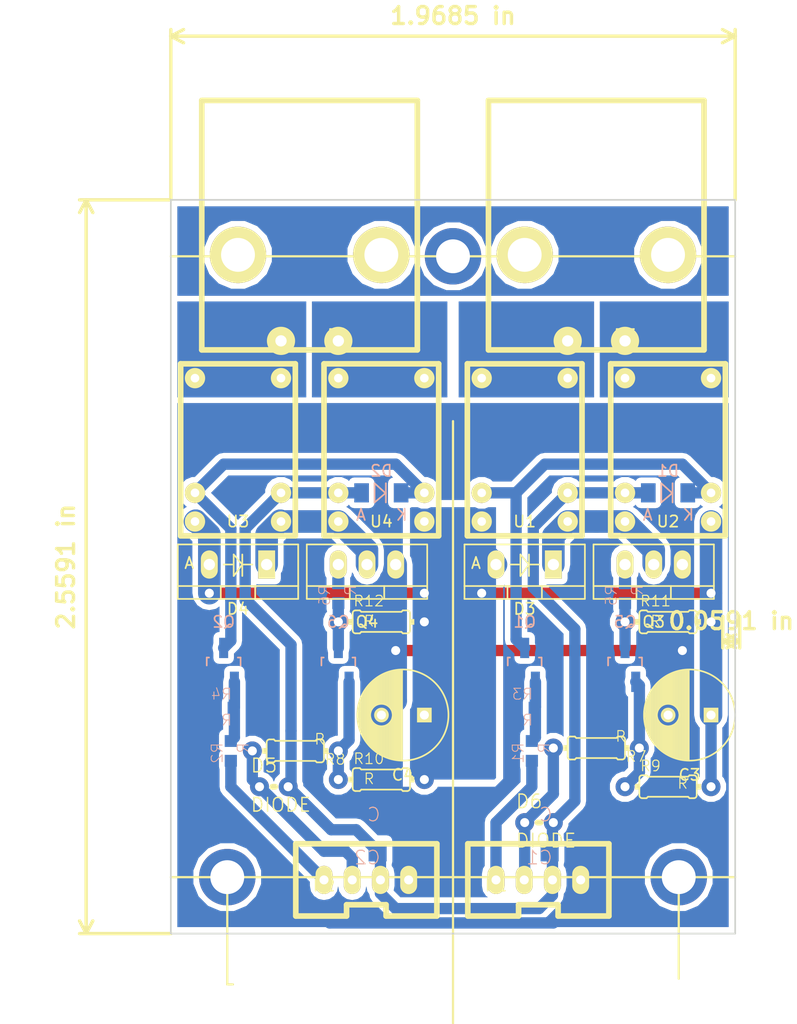
<source format=kicad_pcb>
(kicad_pcb (version 4) (host pcbnew 4.0.1-stable)

  (general
    (links 75)
    (no_connects 0)
    (area -40.499999 -22.35 30.585715 68.045001)
    (thickness 1.6)
    (drawings 13)
    (tracks 184)
    (zones 0)
    (modules 36)
    (nets 24)
  )

  (page A4)
  (layers
    (0 F.Cu signal)
    (31 B.Cu signal)
    (32 B.Adhes user)
    (33 F.Adhes user)
    (34 B.Paste user)
    (35 F.Paste user)
    (36 B.SilkS user)
    (37 F.SilkS user)
    (38 B.Mask user)
    (39 F.Mask user)
    (40 Dwgs.User user)
    (41 Cmts.User user)
    (42 Eco1.User user)
    (43 Eco2.User user)
    (44 Edge.Cuts user)
    (45 Margin user)
    (46 B.CrtYd user)
    (47 F.CrtYd user)
    (48 B.Fab user)
    (49 F.Fab user)
  )

  (setup
    (last_trace_width 0.25)
    (user_trace_width 0.5)
    (user_trace_width 1)
    (user_trace_width 2)
    (trace_clearance 0.2)
    (zone_clearance 0.5)
    (zone_45_only no)
    (trace_min 0.2)
    (segment_width 0.2)
    (edge_width 0.15)
    (via_size 0.6)
    (via_drill 0.4)
    (via_min_size 0.4)
    (via_min_drill 0.3)
    (user_via 1.8 0.8)
    (user_via 5 3)
    (uvia_size 0.3)
    (uvia_drill 0.1)
    (uvias_allowed no)
    (uvia_min_size 0.2)
    (uvia_min_drill 0.1)
    (pcb_text_width 0.3)
    (pcb_text_size 1.5 1.5)
    (mod_edge_width 0.15)
    (mod_text_size 1 1)
    (mod_text_width 0.15)
    (pad_size 1.524 1.524)
    (pad_drill 0.762)
    (pad_to_mask_clearance 0.2)
    (aux_axis_origin 0 0)
    (visible_elements 7FFFFFFF)
    (pcbplotparams
      (layerselection 0x01000_80000000)
      (usegerberextensions false)
      (excludeedgelayer true)
      (linewidth 0.100000)
      (plotframeref false)
      (viasonmask false)
      (mode 1)
      (useauxorigin false)
      (hpglpennumber 1)
      (hpglpenspeed 20)
      (hpglpendiameter 15)
      (hpglpenoverlay 2)
      (psnegative false)
      (psa4output false)
      (plotreference true)
      (plotvalue true)
      (plotinvisibletext false)
      (padsonsilk false)
      (subtractmaskfromsilk false)
      (outputformat 1)
      (mirror false)
      (drillshape 0)
      (scaleselection 1)
      (outputdirectory ""))
  )

  (net 0 "")
  (net 1 +5V)
  (net 2 GND)
  (net 3 +BATT)
  (net 4 "Net-(P1-Pad4)")
  (net 5 "Net-(P3-Pad1)")
  (net 6 "Net-(P3-Pad2)")
  (net 7 "Net-(Q1-PadG)")
  (net 8 "Net-(Q2-PadG)")
  (net 9 COIL0)
  (net 10 COIL1)
  (net 11 PWM_GND0)
  (net 12 PWM_GND1)
  (net 13 "Net-(P2-Pad4)")
  (net 14 "Net-(P4-Pad1)")
  (net 15 "Net-(P4-Pad2)")
  (net 16 "Net-(Q3-PadG)")
  (net 17 "Net-(Q4-PadG)")
  (net 18 "Net-(D5-Pad1)")
  (net 19 "Net-(D6-Pad1)")
  (net 20 "Net-(Q5-PadG)")
  (net 21 "Net-(Q5-PadD)")
  (net 22 "Net-(Q6-PadG)")
  (net 23 "Net-(Q6-PadD)")

  (net_class Default "これは標準のネット クラスです。"
    (clearance 0.2)
    (trace_width 0.25)
    (via_dia 0.6)
    (via_drill 0.4)
    (uvia_dia 0.3)
    (uvia_drill 0.1)
    (add_net +5V)
    (add_net +BATT)
    (add_net COIL0)
    (add_net COIL1)
    (add_net GND)
    (add_net "Net-(D5-Pad1)")
    (add_net "Net-(D6-Pad1)")
    (add_net "Net-(P1-Pad4)")
    (add_net "Net-(P2-Pad4)")
    (add_net "Net-(P3-Pad1)")
    (add_net "Net-(P3-Pad2)")
    (add_net "Net-(P4-Pad1)")
    (add_net "Net-(P4-Pad2)")
    (add_net "Net-(Q1-PadG)")
    (add_net "Net-(Q2-PadG)")
    (add_net "Net-(Q3-PadG)")
    (add_net "Net-(Q4-PadG)")
    (add_net "Net-(Q5-PadD)")
    (add_net "Net-(Q5-PadG)")
    (add_net "Net-(Q6-PadD)")
    (add_net "Net-(Q6-PadG)")
    (add_net PWM_GND0)
    (add_net PWM_GND1)
  )

  (module RP_KiCAD_Connector:D-3200S_2 (layer F.Cu) (tedit 56FB82FA) (tstamp 56FB8A3D)
    (at 15.24 7.493 180)
    (path /56FA537F)
    (fp_text reference P3 (at 0 0.5 180) (layer F.SilkS)
      (effects (font (size 1 1) (thickness 0.15)))
    )
    (fp_text value CONN_2 (at 0 -0.5 180) (layer F.Fab)
      (effects (font (size 1 1) (thickness 0.15)))
    )
    (fp_line (start -7 -0.8) (end 12.1 -0.8) (layer F.SilkS) (width 0.5))
    (fp_line (start 12.1 -0.8) (end 12.1 21.3) (layer F.SilkS) (width 0.5))
    (fp_line (start 12.1 21.3) (end -7 21.3) (layer F.SilkS) (width 0.5))
    (fp_line (start -7 -0.8) (end -7 21.3) (layer F.SilkS) (width 0.5))
    (pad 1 thru_hole circle (at 0 0 180) (size 2.5 2.5) (drill 1) (layers *.Cu *.Mask F.SilkS)
      (net 5 "Net-(P3-Pad1)"))
    (pad 2 thru_hole circle (at 5.08 0 180) (size 2.5 2.5) (drill 1) (layers *.Cu *.Mask F.SilkS)
      (net 6 "Net-(P3-Pad2)"))
    (pad "" thru_hole circle (at -3.81 7.62 180) (size 5 5) (drill 3) (layers *.Cu *.Mask F.SilkS))
    (pad "" thru_hole circle (at 8.89 7.62 180) (size 5 5) (drill 3) (layers *.Cu *.Mask F.SilkS))
    (model conn_D3200/D-3200S_2.wrl
      (at (xyz 0.1 -0.19 0.24))
      (scale (xyz 4 -4 4))
      (rotate (xyz -90 0 0))
    )
  )

  (module Capacitors_ThroughHole:C_Radial_D8_L21_P3.8 (layer F.Cu) (tedit 0) (tstamp 57046368)
    (at -2.54 40.64 180)
    (descr "Radial Electrolytic Capacitor Diameter 8mm x Length 21mm, Pitch 3.8mm")
    (tags "Electrolytic Capacitor")
    (path /56FF4C19)
    (fp_text reference C4 (at 1.9 -5.3 180) (layer F.SilkS)
      (effects (font (size 1 1) (thickness 0.15)))
    )
    (fp_text value C (at 1.9 5.3 180) (layer F.Fab)
      (effects (font (size 1 1) (thickness 0.15)))
    )
    (fp_line (start 1.975 -3.999) (end 1.975 3.999) (layer F.SilkS) (width 0.15))
    (fp_line (start 2.115 -3.994) (end 2.115 3.994) (layer F.SilkS) (width 0.15))
    (fp_line (start 2.255 -3.984) (end 2.255 3.984) (layer F.SilkS) (width 0.15))
    (fp_line (start 2.395 -3.969) (end 2.395 3.969) (layer F.SilkS) (width 0.15))
    (fp_line (start 2.535 -3.949) (end 2.535 3.949) (layer F.SilkS) (width 0.15))
    (fp_line (start 2.675 -3.924) (end 2.675 3.924) (layer F.SilkS) (width 0.15))
    (fp_line (start 2.815 -3.894) (end 2.815 -0.173) (layer F.SilkS) (width 0.15))
    (fp_line (start 2.815 0.173) (end 2.815 3.894) (layer F.SilkS) (width 0.15))
    (fp_line (start 2.955 -3.858) (end 2.955 -0.535) (layer F.SilkS) (width 0.15))
    (fp_line (start 2.955 0.535) (end 2.955 3.858) (layer F.SilkS) (width 0.15))
    (fp_line (start 3.095 -3.817) (end 3.095 -0.709) (layer F.SilkS) (width 0.15))
    (fp_line (start 3.095 0.709) (end 3.095 3.817) (layer F.SilkS) (width 0.15))
    (fp_line (start 3.235 -3.771) (end 3.235 -0.825) (layer F.SilkS) (width 0.15))
    (fp_line (start 3.235 0.825) (end 3.235 3.771) (layer F.SilkS) (width 0.15))
    (fp_line (start 3.375 -3.718) (end 3.375 -0.905) (layer F.SilkS) (width 0.15))
    (fp_line (start 3.375 0.905) (end 3.375 3.718) (layer F.SilkS) (width 0.15))
    (fp_line (start 3.515 -3.659) (end 3.515 -0.959) (layer F.SilkS) (width 0.15))
    (fp_line (start 3.515 0.959) (end 3.515 3.659) (layer F.SilkS) (width 0.15))
    (fp_line (start 3.655 -3.594) (end 3.655 -0.989) (layer F.SilkS) (width 0.15))
    (fp_line (start 3.655 0.989) (end 3.655 3.594) (layer F.SilkS) (width 0.15))
    (fp_line (start 3.795 -3.523) (end 3.795 -1) (layer F.SilkS) (width 0.15))
    (fp_line (start 3.795 1) (end 3.795 3.523) (layer F.SilkS) (width 0.15))
    (fp_line (start 3.935 -3.444) (end 3.935 -0.991) (layer F.SilkS) (width 0.15))
    (fp_line (start 3.935 0.991) (end 3.935 3.444) (layer F.SilkS) (width 0.15))
    (fp_line (start 4.075 -3.357) (end 4.075 -0.961) (layer F.SilkS) (width 0.15))
    (fp_line (start 4.075 0.961) (end 4.075 3.357) (layer F.SilkS) (width 0.15))
    (fp_line (start 4.215 -3.262) (end 4.215 -0.91) (layer F.SilkS) (width 0.15))
    (fp_line (start 4.215 0.91) (end 4.215 3.262) (layer F.SilkS) (width 0.15))
    (fp_line (start 4.355 -3.158) (end 4.355 -0.832) (layer F.SilkS) (width 0.15))
    (fp_line (start 4.355 0.832) (end 4.355 3.158) (layer F.SilkS) (width 0.15))
    (fp_line (start 4.495 -3.044) (end 4.495 -0.719) (layer F.SilkS) (width 0.15))
    (fp_line (start 4.495 0.719) (end 4.495 3.044) (layer F.SilkS) (width 0.15))
    (fp_line (start 4.635 -2.919) (end 4.635 -0.55) (layer F.SilkS) (width 0.15))
    (fp_line (start 4.635 0.55) (end 4.635 2.919) (layer F.SilkS) (width 0.15))
    (fp_line (start 4.775 -2.781) (end 4.775 -0.222) (layer F.SilkS) (width 0.15))
    (fp_line (start 4.775 0.222) (end 4.775 2.781) (layer F.SilkS) (width 0.15))
    (fp_line (start 4.915 -2.629) (end 4.915 2.629) (layer F.SilkS) (width 0.15))
    (fp_line (start 5.055 -2.459) (end 5.055 2.459) (layer F.SilkS) (width 0.15))
    (fp_line (start 5.195 -2.268) (end 5.195 2.268) (layer F.SilkS) (width 0.15))
    (fp_line (start 5.335 -2.05) (end 5.335 2.05) (layer F.SilkS) (width 0.15))
    (fp_line (start 5.475 -1.794) (end 5.475 1.794) (layer F.SilkS) (width 0.15))
    (fp_line (start 5.615 -1.483) (end 5.615 1.483) (layer F.SilkS) (width 0.15))
    (fp_line (start 5.755 -1.067) (end 5.755 1.067) (layer F.SilkS) (width 0.15))
    (fp_line (start 5.895 -0.2) (end 5.895 0.2) (layer F.SilkS) (width 0.15))
    (fp_circle (center 3.8 0) (end 3.8 -1) (layer F.SilkS) (width 0.15))
    (fp_circle (center 1.9 0) (end 1.9 -4.0375) (layer F.SilkS) (width 0.15))
    (fp_circle (center 1.9 0) (end 1.9 -4.3) (layer F.CrtYd) (width 0.05))
    (pad 1 thru_hole rect (at 0 0 180) (size 1.3 1.3) (drill 0.8) (layers *.Cu *.Mask F.SilkS)
      (net 3 +BATT))
    (pad 2 thru_hole circle (at 3.8 0 180) (size 1.3 1.3) (drill 0.8) (layers *.Cu *.Mask F.SilkS)
      (net 2 GND))
    (model Capacitors_ThroughHole.3dshapes/C_Radial_D8_L21_P3.8.wrl
      (at (xyz 0.0748031 0 0))
      (scale (xyz 1 1 1))
      (rotate (xyz 0 0 90))
    )
  )

  (module Capacitors_ThroughHole:C_Radial_D8_L21_P3.8 (layer F.Cu) (tedit 0) (tstamp 57046362)
    (at 22.86 40.64 180)
    (descr "Radial Electrolytic Capacitor Diameter 8mm x Length 21mm, Pitch 3.8mm")
    (tags "Electrolytic Capacitor")
    (path /56FA60F1)
    (fp_text reference C3 (at 1.9 -5.3 180) (layer F.SilkS)
      (effects (font (size 1 1) (thickness 0.15)))
    )
    (fp_text value C (at 1.9 5.3 180) (layer F.Fab)
      (effects (font (size 1 1) (thickness 0.15)))
    )
    (fp_line (start 1.975 -3.999) (end 1.975 3.999) (layer F.SilkS) (width 0.15))
    (fp_line (start 2.115 -3.994) (end 2.115 3.994) (layer F.SilkS) (width 0.15))
    (fp_line (start 2.255 -3.984) (end 2.255 3.984) (layer F.SilkS) (width 0.15))
    (fp_line (start 2.395 -3.969) (end 2.395 3.969) (layer F.SilkS) (width 0.15))
    (fp_line (start 2.535 -3.949) (end 2.535 3.949) (layer F.SilkS) (width 0.15))
    (fp_line (start 2.675 -3.924) (end 2.675 3.924) (layer F.SilkS) (width 0.15))
    (fp_line (start 2.815 -3.894) (end 2.815 -0.173) (layer F.SilkS) (width 0.15))
    (fp_line (start 2.815 0.173) (end 2.815 3.894) (layer F.SilkS) (width 0.15))
    (fp_line (start 2.955 -3.858) (end 2.955 -0.535) (layer F.SilkS) (width 0.15))
    (fp_line (start 2.955 0.535) (end 2.955 3.858) (layer F.SilkS) (width 0.15))
    (fp_line (start 3.095 -3.817) (end 3.095 -0.709) (layer F.SilkS) (width 0.15))
    (fp_line (start 3.095 0.709) (end 3.095 3.817) (layer F.SilkS) (width 0.15))
    (fp_line (start 3.235 -3.771) (end 3.235 -0.825) (layer F.SilkS) (width 0.15))
    (fp_line (start 3.235 0.825) (end 3.235 3.771) (layer F.SilkS) (width 0.15))
    (fp_line (start 3.375 -3.718) (end 3.375 -0.905) (layer F.SilkS) (width 0.15))
    (fp_line (start 3.375 0.905) (end 3.375 3.718) (layer F.SilkS) (width 0.15))
    (fp_line (start 3.515 -3.659) (end 3.515 -0.959) (layer F.SilkS) (width 0.15))
    (fp_line (start 3.515 0.959) (end 3.515 3.659) (layer F.SilkS) (width 0.15))
    (fp_line (start 3.655 -3.594) (end 3.655 -0.989) (layer F.SilkS) (width 0.15))
    (fp_line (start 3.655 0.989) (end 3.655 3.594) (layer F.SilkS) (width 0.15))
    (fp_line (start 3.795 -3.523) (end 3.795 -1) (layer F.SilkS) (width 0.15))
    (fp_line (start 3.795 1) (end 3.795 3.523) (layer F.SilkS) (width 0.15))
    (fp_line (start 3.935 -3.444) (end 3.935 -0.991) (layer F.SilkS) (width 0.15))
    (fp_line (start 3.935 0.991) (end 3.935 3.444) (layer F.SilkS) (width 0.15))
    (fp_line (start 4.075 -3.357) (end 4.075 -0.961) (layer F.SilkS) (width 0.15))
    (fp_line (start 4.075 0.961) (end 4.075 3.357) (layer F.SilkS) (width 0.15))
    (fp_line (start 4.215 -3.262) (end 4.215 -0.91) (layer F.SilkS) (width 0.15))
    (fp_line (start 4.215 0.91) (end 4.215 3.262) (layer F.SilkS) (width 0.15))
    (fp_line (start 4.355 -3.158) (end 4.355 -0.832) (layer F.SilkS) (width 0.15))
    (fp_line (start 4.355 0.832) (end 4.355 3.158) (layer F.SilkS) (width 0.15))
    (fp_line (start 4.495 -3.044) (end 4.495 -0.719) (layer F.SilkS) (width 0.15))
    (fp_line (start 4.495 0.719) (end 4.495 3.044) (layer F.SilkS) (width 0.15))
    (fp_line (start 4.635 -2.919) (end 4.635 -0.55) (layer F.SilkS) (width 0.15))
    (fp_line (start 4.635 0.55) (end 4.635 2.919) (layer F.SilkS) (width 0.15))
    (fp_line (start 4.775 -2.781) (end 4.775 -0.222) (layer F.SilkS) (width 0.15))
    (fp_line (start 4.775 0.222) (end 4.775 2.781) (layer F.SilkS) (width 0.15))
    (fp_line (start 4.915 -2.629) (end 4.915 2.629) (layer F.SilkS) (width 0.15))
    (fp_line (start 5.055 -2.459) (end 5.055 2.459) (layer F.SilkS) (width 0.15))
    (fp_line (start 5.195 -2.268) (end 5.195 2.268) (layer F.SilkS) (width 0.15))
    (fp_line (start 5.335 -2.05) (end 5.335 2.05) (layer F.SilkS) (width 0.15))
    (fp_line (start 5.475 -1.794) (end 5.475 1.794) (layer F.SilkS) (width 0.15))
    (fp_line (start 5.615 -1.483) (end 5.615 1.483) (layer F.SilkS) (width 0.15))
    (fp_line (start 5.755 -1.067) (end 5.755 1.067) (layer F.SilkS) (width 0.15))
    (fp_line (start 5.895 -0.2) (end 5.895 0.2) (layer F.SilkS) (width 0.15))
    (fp_circle (center 3.8 0) (end 3.8 -1) (layer F.SilkS) (width 0.15))
    (fp_circle (center 1.9 0) (end 1.9 -4.0375) (layer F.SilkS) (width 0.15))
    (fp_circle (center 1.9 0) (end 1.9 -4.3) (layer F.CrtYd) (width 0.05))
    (pad 1 thru_hole rect (at 0 0 180) (size 1.3 1.3) (drill 0.8) (layers *.Cu *.Mask F.SilkS)
      (net 3 +BATT))
    (pad 2 thru_hole circle (at 3.8 0 180) (size 1.3 1.3) (drill 0.8) (layers *.Cu *.Mask F.SilkS)
      (net 2 GND))
    (model Capacitors_ThroughHole.3dshapes/C_Radial_D8_L21_P3.8.wrl
      (at (xyz 0.0748031 0 0))
      (scale (xyz 1 1 1))
      (rotate (xyz 0 0 90))
    )
  )

  (module TO_SOT_Packages_SMD:SOT-23_Handsoldering (layer B.Cu) (tedit 56FA59B0) (tstamp 56FB7A5E)
    (at 6.35 36.195 180)
    (descr "SOT-23, Handsoldering")
    (tags SOT-23)
    (path /56FA5737)
    (attr smd)
    (fp_text reference Q1 (at 0 3.81 180) (layer B.SilkS)
      (effects (font (size 1 1) (thickness 0.15)) (justify mirror))
    )
    (fp_text value MOS_N (at 0 -3.81 180) (layer B.Fab)
      (effects (font (size 1 1) (thickness 0.15)) (justify mirror))
    )
    (fp_line (start -1.49982 -0.0508) (end -1.49982 0.65024) (layer B.SilkS) (width 0.15))
    (fp_line (start -1.49982 0.65024) (end -1.2509 0.65024) (layer B.SilkS) (width 0.15))
    (fp_line (start 1.29916 0.65024) (end 1.49982 0.65024) (layer B.SilkS) (width 0.15))
    (fp_line (start 1.49982 0.65024) (end 1.49982 -0.0508) (layer B.SilkS) (width 0.15))
    (pad G smd rect (at -0.95 -1.50114 180) (size 0.8001 1.80086) (layers B.Cu B.Paste B.Mask)
      (net 7 "Net-(Q1-PadG)"))
    (pad S smd rect (at 0.95 -1.50114 180) (size 0.8001 1.80086) (layers B.Cu B.Paste B.Mask)
      (net 2 GND))
    (pad D smd rect (at 0 1.50114 180) (size 0.8001 1.80086) (layers B.Cu B.Paste B.Mask)
      (net 9 COIL0))
    (model TO_SOT_Packages_SMD.3dshapes/SOT-23_Handsoldering.wrl
      (at (xyz 0 0 0))
      (scale (xyz 1 1 1))
      (rotate (xyz 0 0 0))
    )
  )

  (module Diodes_SMD:MiniMELF_Standard (layer B.Cu) (tedit 55364937) (tstamp 56FB800D)
    (at 19.05 20.955 180)
    (descr "Diode Mini-MELF Standard")
    (tags "Diode Mini-MELF Standard")
    (path /56FA5C5A)
    (attr smd)
    (fp_text reference D1 (at 0 1.95 180) (layer B.SilkS)
      (effects (font (size 1 1) (thickness 0.15)) (justify mirror))
    )
    (fp_text value DIODE (at 0 -3.81 180) (layer B.Fab)
      (effects (font (size 1 1) (thickness 0.15)) (justify mirror))
    )
    (fp_line (start -2.55 1) (end 2.55 1) (layer B.CrtYd) (width 0.05))
    (fp_line (start 2.55 1) (end 2.55 -1) (layer B.CrtYd) (width 0.05))
    (fp_line (start 2.55 -1) (end -2.55 -1) (layer B.CrtYd) (width 0.05))
    (fp_line (start -2.55 -1) (end -2.55 1) (layer B.CrtYd) (width 0.05))
    (fp_line (start -0.40024 -0.0508) (end 0.60052 0.85) (layer B.SilkS) (width 0.15))
    (fp_line (start 0.60052 0.85) (end 0.60052 -0.85) (layer B.SilkS) (width 0.15))
    (fp_line (start 0.60052 -0.85) (end -0.40024 0) (layer B.SilkS) (width 0.15))
    (fp_line (start -0.40024 0.85) (end -0.40024 -0.85) (layer B.SilkS) (width 0.15))
    (fp_text user K (at -1.8 -1.95 180) (layer B.SilkS)
      (effects (font (size 1 1) (thickness 0.15)) (justify mirror))
    )
    (fp_text user A (at 1.8 -1.95 180) (layer B.SilkS)
      (effects (font (size 1 1) (thickness 0.15)) (justify mirror))
    )
    (fp_circle (center 0 0) (end 0 -0.55118) (layer B.Adhes) (width 0.381))
    (fp_circle (center 0 0) (end 0 -0.20066) (layer B.Adhes) (width 0.381))
    (pad 1 smd rect (at -1.75006 0 180) (size 1.30048 1.69926) (layers B.Cu B.Paste B.Mask)
      (net 9 COIL0))
    (pad 2 smd rect (at 1.75006 0 180) (size 1.30048 1.69926) (layers B.Cu B.Paste B.Mask)
      (net 1 +5V))
    (model Diodes_SMD.3dshapes/MiniMELF_Standard.wrl
      (at (xyz 0 0 0))
      (scale (xyz 0.3937 0.3937 0.3937))
      (rotate (xyz 0 0 0))
    )
  )

  (module Relays_ThroughHole:HSIN_946 (layer F.Cu) (tedit 56FB6E8C) (tstamp 56FB7A95)
    (at 2.54 10.795)
    (path /56FA5323)
    (fp_text reference U1 (at 3.81 12.7) (layer F.SilkS)
      (effects (font (size 1 1) (thickness 0.15)))
    )
    (fp_text value HSIN_946 (at 0 5.08 90) (layer F.Fab)
      (effects (font (size 1 1) (thickness 0.15)))
    )
    (fp_line (start -1.27 -1.27) (end 8.89 -1.27) (layer F.SilkS) (width 0.5))
    (fp_line (start 8.89 -1.27) (end 8.89 13.97) (layer F.SilkS) (width 0.5))
    (fp_line (start 8.89 13.97) (end -1.27 13.97) (layer F.SilkS) (width 0.5))
    (fp_line (start -1.27 13.97) (end -1.27 -1.27) (layer F.SilkS) (width 0.5))
    (pad 1 thru_hole circle (at 0 0) (size 1.8 1.8) (drill 0.762) (layers *.Cu *.Mask F.SilkS)
      (net 6 "Net-(P3-Pad2)"))
    (pad 1 thru_hole circle (at 7.62 0) (size 1.8 1.8) (drill 0.762) (layers *.Cu *.Mask F.SilkS)
      (net 6 "Net-(P3-Pad2)"))
    (pad 2 thru_hole circle (at 0 10.16) (size 1.8 1.8) (drill 0.762) (layers *.Cu *.Mask F.SilkS)
      (net 9 COIL0))
    (pad 3 thru_hole circle (at 0 12.7) (size 1.8 1.8) (drill 0.762) (layers *.Cu *.Mask F.SilkS)
      (net 3 +BATT))
    (pad 5 thru_hole circle (at 7.62 10.16) (size 1.8 1.8) (drill 0.762) (layers *.Cu *.Mask F.SilkS)
      (net 1 +5V))
    (pad 4 thru_hole circle (at 7.62 12.7) (size 1.8 1.8) (drill 0.762) (layers *.Cu *.Mask F.SilkS)
      (net 11 PWM_GND0))
    (model Relays_ThroughHole.3dshapes/G5V.wrl
      (at (xyz 0.3 -0.5 0))
      (scale (xyz 5 5 6))
      (rotate (xyz -90 0 -90))
    )
  )

  (module Relays_ThroughHole:HSIN_946 (layer F.Cu) (tedit 56FB6E8C) (tstamp 56FB7AA3)
    (at 15.24 10.795)
    (path /56FA533A)
    (fp_text reference U2 (at 3.81 12.7) (layer F.SilkS)
      (effects (font (size 1 1) (thickness 0.15)))
    )
    (fp_text value HSIN_946 (at 0 5.08 90) (layer F.Fab)
      (effects (font (size 1 1) (thickness 0.15)))
    )
    (fp_line (start -1.27 -1.27) (end 8.89 -1.27) (layer F.SilkS) (width 0.5))
    (fp_line (start 8.89 -1.27) (end 8.89 13.97) (layer F.SilkS) (width 0.5))
    (fp_line (start 8.89 13.97) (end -1.27 13.97) (layer F.SilkS) (width 0.5))
    (fp_line (start -1.27 13.97) (end -1.27 -1.27) (layer F.SilkS) (width 0.5))
    (pad 1 thru_hole circle (at 0 0) (size 1.8 1.8) (drill 0.762) (layers *.Cu *.Mask F.SilkS)
      (net 5 "Net-(P3-Pad1)"))
    (pad 1 thru_hole circle (at 7.62 0) (size 1.8 1.8) (drill 0.762) (layers *.Cu *.Mask F.SilkS)
      (net 5 "Net-(P3-Pad1)"))
    (pad 2 thru_hole circle (at 0 10.16) (size 1.8 1.8) (drill 0.762) (layers *.Cu *.Mask F.SilkS)
      (net 1 +5V))
    (pad 3 thru_hole circle (at 0 12.7) (size 1.8 1.8) (drill 0.762) (layers *.Cu *.Mask F.SilkS)
      (net 11 PWM_GND0))
    (pad 5 thru_hole circle (at 7.62 10.16) (size 1.8 1.8) (drill 0.762) (layers *.Cu *.Mask F.SilkS)
      (net 9 COIL0))
    (pad 4 thru_hole circle (at 7.62 12.7) (size 1.8 1.8) (drill 0.762) (layers *.Cu *.Mask F.SilkS)
      (net 3 +BATT))
    (model Relays_ThroughHole.3dshapes/G5V.wrl
      (at (xyz 0.3 -0.5 0))
      (scale (xyz 5 5 6))
      (rotate (xyz -90 0 -90))
    )
  )

  (module RP_KiCAD_Libs:C0603K (layer B.Cu) (tedit 0) (tstamp 56FBA97C)
    (at 6.985 43.815 270)
    (descr "<b>Ceramic Chip Capacitor KEMET 0603 reflow solder</b><p>\nMetric Code Size 1608")
    (path /56FB9739)
    (fp_text reference R1 (at -0.8 0.65 270) (layer B.SilkS)
      (effects (font (size 0.9652 0.9652) (thickness 0.08128)) (justify left bottom mirror))
    )
    (fp_text value R (at -0.8 -1.65 270) (layer B.SilkS)
      (effects (font (size 0.9652 0.9652) (thickness 0.08128)) (justify left bottom mirror))
    )
    (fp_line (start -0.725 0.35) (end 0.725 0.35) (layer Dwgs.User) (width 0.1016))
    (fp_line (start 0.725 -0.35) (end -0.725 -0.35) (layer Dwgs.User) (width 0.1016))
    (fp_poly (pts (xy -0.8 -0.4) (xy -0.45 -0.4) (xy -0.45 0.4) (xy -0.8 0.4)) (layer Dwgs.User) (width 0))
    (fp_poly (pts (xy 0.45 -0.4) (xy 0.8 -0.4) (xy 0.8 0.4) (xy 0.45 0.4)) (layer Dwgs.User) (width 0))
    (pad 1 smd rect (at -0.875 0 270) (size 1.05 1.08) (layers B.Cu B.Paste B.Mask)
      (net 7 "Net-(Q1-PadG)"))
    (pad 2 smd rect (at 0.875 0 270) (size 1.05 1.08) (layers B.Cu B.Paste B.Mask)
      (net 4 "Net-(P1-Pad4)"))
    (model Resistors_SMD.3dshapes/R_0603.wrl
      (at (xyz 0 0 0))
      (scale (xyz 1 1 1))
      (rotate (xyz 0 0 0))
    )
  )

  (module RP_KiCAD_Libs:C0603K (layer B.Cu) (tedit 0) (tstamp 56FBA981)
    (at -19.685 43.815 270)
    (descr "<b>Ceramic Chip Capacitor KEMET 0603 reflow solder</b><p>\nMetric Code Size 1608")
    (path /56FF4C93)
    (fp_text reference R2 (at -0.8 0.65 270) (layer B.SilkS)
      (effects (font (size 0.9652 0.9652) (thickness 0.08128)) (justify left bottom mirror))
    )
    (fp_text value R (at -0.8 -1.65 270) (layer B.SilkS)
      (effects (font (size 0.9652 0.9652) (thickness 0.08128)) (justify left bottom mirror))
    )
    (fp_line (start -0.725 0.35) (end 0.725 0.35) (layer Dwgs.User) (width 0.1016))
    (fp_line (start 0.725 -0.35) (end -0.725 -0.35) (layer Dwgs.User) (width 0.1016))
    (fp_poly (pts (xy -0.8 -0.4) (xy -0.45 -0.4) (xy -0.45 0.4) (xy -0.8 0.4)) (layer Dwgs.User) (width 0))
    (fp_poly (pts (xy 0.45 -0.4) (xy 0.8 -0.4) (xy 0.8 0.4) (xy 0.45 0.4)) (layer Dwgs.User) (width 0))
    (pad 1 smd rect (at -0.875 0 270) (size 1.05 1.08) (layers B.Cu B.Paste B.Mask)
      (net 8 "Net-(Q2-PadG)"))
    (pad 2 smd rect (at 0.875 0 270) (size 1.05 1.08) (layers B.Cu B.Paste B.Mask)
      (net 13 "Net-(P2-Pad4)"))
    (model Resistors_SMD.3dshapes/R_0603.wrl
      (at (xyz 0 0 0))
      (scale (xyz 1 1 1))
      (rotate (xyz 0 0 0))
    )
  )

  (module RP_KiCAD_Libs:C0603K (layer B.Cu) (tedit 0) (tstamp 56FBA986)
    (at -20.32 40.005 180)
    (descr "<b>Ceramic Chip Capacitor KEMET 0603 reflow solder</b><p>\nMetric Code Size 1608")
    (path /56FF4C8D)
    (fp_text reference R4 (at -0.8 0.65 180) (layer B.SilkS)
      (effects (font (size 0.9652 0.9652) (thickness 0.08128)) (justify left bottom mirror))
    )
    (fp_text value R (at -0.8 -1.65 180) (layer B.SilkS)
      (effects (font (size 0.9652 0.9652) (thickness 0.08128)) (justify left bottom mirror))
    )
    (fp_line (start -0.725 0.35) (end 0.725 0.35) (layer Dwgs.User) (width 0.1016))
    (fp_line (start 0.725 -0.35) (end -0.725 -0.35) (layer Dwgs.User) (width 0.1016))
    (fp_poly (pts (xy -0.8 -0.4) (xy -0.45 -0.4) (xy -0.45 0.4) (xy -0.8 0.4)) (layer Dwgs.User) (width 0))
    (fp_poly (pts (xy 0.45 -0.4) (xy 0.8 -0.4) (xy 0.8 0.4) (xy 0.45 0.4)) (layer Dwgs.User) (width 0))
    (pad 1 smd rect (at -0.875 0 180) (size 1.05 1.08) (layers B.Cu B.Paste B.Mask)
      (net 8 "Net-(Q2-PadG)"))
    (pad 2 smd rect (at 0.875 0 180) (size 1.05 1.08) (layers B.Cu B.Paste B.Mask)
      (net 2 GND))
    (model Resistors_SMD.3dshapes/R_0603.wrl
      (at (xyz 0 0 0))
      (scale (xyz 1 1 1))
      (rotate (xyz 0 0 0))
    )
  )

  (module RP_KiCAD_Connector:D-3200S_2 (layer F.Cu) (tedit 56FB82FA) (tstamp 57046388)
    (at -10.16 7.493 180)
    (path /56FF4CB6)
    (fp_text reference P4 (at 0 0.5 180) (layer F.SilkS)
      (effects (font (size 1 1) (thickness 0.15)))
    )
    (fp_text value CONN_2 (at 0 -0.5 180) (layer F.Fab)
      (effects (font (size 1 1) (thickness 0.15)))
    )
    (fp_line (start -7 -0.8) (end 12.1 -0.8) (layer F.SilkS) (width 0.5))
    (fp_line (start 12.1 -0.8) (end 12.1 21.3) (layer F.SilkS) (width 0.5))
    (fp_line (start 12.1 21.3) (end -7 21.3) (layer F.SilkS) (width 0.5))
    (fp_line (start -7 -0.8) (end -7 21.3) (layer F.SilkS) (width 0.5))
    (pad 1 thru_hole circle (at 0 0 180) (size 2.5 2.5) (drill 1) (layers *.Cu *.Mask F.SilkS)
      (net 14 "Net-(P4-Pad1)"))
    (pad 2 thru_hole circle (at 5.08 0 180) (size 2.5 2.5) (drill 1) (layers *.Cu *.Mask F.SilkS)
      (net 15 "Net-(P4-Pad2)"))
    (pad "" thru_hole circle (at -3.81 7.62 180) (size 5 5) (drill 3) (layers *.Cu *.Mask F.SilkS))
    (pad "" thru_hole circle (at 8.89 7.62 180) (size 5 5) (drill 3) (layers *.Cu *.Mask F.SilkS))
    (model conn_D3200/D-3200S_2.wrl
      (at (xyz 0.1 -0.19 0.24))
      (scale (xyz 4 -4 4))
      (rotate (xyz -90 0 0))
    )
  )

  (module Relays_ThroughHole:HSIN_946 (layer F.Cu) (tedit 56FB6E8C) (tstamp 570463D0)
    (at -22.86 10.795)
    (path /56FF4BEF)
    (fp_text reference U3 (at 3.81 12.7) (layer F.SilkS)
      (effects (font (size 1 1) (thickness 0.15)))
    )
    (fp_text value HSIN_946 (at 0 5.08 90) (layer F.Fab)
      (effects (font (size 1 1) (thickness 0.15)))
    )
    (fp_line (start -1.27 -1.27) (end 8.89 -1.27) (layer F.SilkS) (width 0.5))
    (fp_line (start 8.89 -1.27) (end 8.89 13.97) (layer F.SilkS) (width 0.5))
    (fp_line (start 8.89 13.97) (end -1.27 13.97) (layer F.SilkS) (width 0.5))
    (fp_line (start -1.27 13.97) (end -1.27 -1.27) (layer F.SilkS) (width 0.5))
    (pad 1 thru_hole circle (at 0 0) (size 1.8 1.8) (drill 0.762) (layers *.Cu *.Mask F.SilkS)
      (net 15 "Net-(P4-Pad2)"))
    (pad 1 thru_hole circle (at 7.62 0) (size 1.8 1.8) (drill 0.762) (layers *.Cu *.Mask F.SilkS)
      (net 15 "Net-(P4-Pad2)"))
    (pad 2 thru_hole circle (at 0 10.16) (size 1.8 1.8) (drill 0.762) (layers *.Cu *.Mask F.SilkS)
      (net 10 COIL1))
    (pad 3 thru_hole circle (at 0 12.7) (size 1.8 1.8) (drill 0.762) (layers *.Cu *.Mask F.SilkS)
      (net 3 +BATT))
    (pad 5 thru_hole circle (at 7.62 10.16) (size 1.8 1.8) (drill 0.762) (layers *.Cu *.Mask F.SilkS)
      (net 1 +5V))
    (pad 4 thru_hole circle (at 7.62 12.7) (size 1.8 1.8) (drill 0.762) (layers *.Cu *.Mask F.SilkS)
      (net 12 PWM_GND1))
    (model Relays_ThroughHole.3dshapes/G5V.wrl
      (at (xyz 0.3 -0.5 0))
      (scale (xyz 5 5 6))
      (rotate (xyz -90 0 -90))
    )
  )

  (module Relays_ThroughHole:HSIN_946 (layer F.Cu) (tedit 56FB6E8C) (tstamp 570463DE)
    (at -10.16 10.795)
    (path /56FF4BF5)
    (fp_text reference U4 (at 3.81 12.7) (layer F.SilkS)
      (effects (font (size 1 1) (thickness 0.15)))
    )
    (fp_text value HSIN_946 (at 0 5.08 90) (layer F.Fab)
      (effects (font (size 1 1) (thickness 0.15)))
    )
    (fp_line (start -1.27 -1.27) (end 8.89 -1.27) (layer F.SilkS) (width 0.5))
    (fp_line (start 8.89 -1.27) (end 8.89 13.97) (layer F.SilkS) (width 0.5))
    (fp_line (start 8.89 13.97) (end -1.27 13.97) (layer F.SilkS) (width 0.5))
    (fp_line (start -1.27 13.97) (end -1.27 -1.27) (layer F.SilkS) (width 0.5))
    (pad 1 thru_hole circle (at 0 0) (size 1.8 1.8) (drill 0.762) (layers *.Cu *.Mask F.SilkS)
      (net 14 "Net-(P4-Pad1)"))
    (pad 1 thru_hole circle (at 7.62 0) (size 1.8 1.8) (drill 0.762) (layers *.Cu *.Mask F.SilkS)
      (net 14 "Net-(P4-Pad1)"))
    (pad 2 thru_hole circle (at 0 10.16) (size 1.8 1.8) (drill 0.762) (layers *.Cu *.Mask F.SilkS)
      (net 1 +5V))
    (pad 3 thru_hole circle (at 0 12.7) (size 1.8 1.8) (drill 0.762) (layers *.Cu *.Mask F.SilkS)
      (net 12 PWM_GND1))
    (pad 5 thru_hole circle (at 7.62 10.16) (size 1.8 1.8) (drill 0.762) (layers *.Cu *.Mask F.SilkS)
      (net 10 COIL1))
    (pad 4 thru_hole circle (at 7.62 12.7) (size 1.8 1.8) (drill 0.762) (layers *.Cu *.Mask F.SilkS)
      (net 3 +BATT))
    (model Relays_ThroughHole.3dshapes/G5V.wrl
      (at (xyz 0.3 -0.5 0))
      (scale (xyz 5 5 6))
      (rotate (xyz -90 0 -90))
    )
  )

  (module Diodes_SMD:MiniMELF_Standard (layer B.Cu) (tedit 55364937) (tstamp 5704678B)
    (at -6.35 20.955 180)
    (descr "Diode Mini-MELF Standard")
    (tags "Diode Mini-MELF Standard")
    (path /56FF4C07)
    (attr smd)
    (fp_text reference D2 (at 0 1.95 180) (layer B.SilkS)
      (effects (font (size 1 1) (thickness 0.15)) (justify mirror))
    )
    (fp_text value DIODE (at 0 -3.81 180) (layer B.Fab)
      (effects (font (size 1 1) (thickness 0.15)) (justify mirror))
    )
    (fp_line (start -2.55 1) (end 2.55 1) (layer B.CrtYd) (width 0.05))
    (fp_line (start 2.55 1) (end 2.55 -1) (layer B.CrtYd) (width 0.05))
    (fp_line (start 2.55 -1) (end -2.55 -1) (layer B.CrtYd) (width 0.05))
    (fp_line (start -2.55 -1) (end -2.55 1) (layer B.CrtYd) (width 0.05))
    (fp_line (start -0.40024 -0.0508) (end 0.60052 0.85) (layer B.SilkS) (width 0.15))
    (fp_line (start 0.60052 0.85) (end 0.60052 -0.85) (layer B.SilkS) (width 0.15))
    (fp_line (start 0.60052 -0.85) (end -0.40024 0) (layer B.SilkS) (width 0.15))
    (fp_line (start -0.40024 0.85) (end -0.40024 -0.85) (layer B.SilkS) (width 0.15))
    (fp_text user K (at -1.8 -1.95 180) (layer B.SilkS)
      (effects (font (size 1 1) (thickness 0.15)) (justify mirror))
    )
    (fp_text user A (at 1.8 -1.95 180) (layer B.SilkS)
      (effects (font (size 1 1) (thickness 0.15)) (justify mirror))
    )
    (fp_circle (center 0 0) (end 0 -0.55118) (layer B.Adhes) (width 0.381))
    (fp_circle (center 0 0) (end 0 -0.20066) (layer B.Adhes) (width 0.381))
    (pad 1 smd rect (at -1.75006 0 180) (size 1.30048 1.69926) (layers B.Cu B.Paste B.Mask)
      (net 10 COIL1))
    (pad 2 smd rect (at 1.75006 0 180) (size 1.30048 1.69926) (layers B.Cu B.Paste B.Mask)
      (net 1 +5V))
    (model Diodes_SMD.3dshapes/MiniMELF_Standard.wrl
      (at (xyz 0 0 0))
      (scale (xyz 0.3937 0.3937 0.3937))
      (rotate (xyz 0 0 0))
    )
  )

  (module TO_SOT_Packages_SMD:SOT-23_Handsoldering (layer B.Cu) (tedit 56FA59B0) (tstamp 57046790)
    (at -20.32 36.195 180)
    (descr "SOT-23, Handsoldering")
    (tags SOT-23)
    (path /56FF4C01)
    (attr smd)
    (fp_text reference Q2 (at 0 3.81 180) (layer B.SilkS)
      (effects (font (size 1 1) (thickness 0.15)) (justify mirror))
    )
    (fp_text value MOS_N (at 0 -3.81 180) (layer B.Fab)
      (effects (font (size 1 1) (thickness 0.15)) (justify mirror))
    )
    (fp_line (start -1.49982 -0.0508) (end -1.49982 0.65024) (layer B.SilkS) (width 0.15))
    (fp_line (start -1.49982 0.65024) (end -1.2509 0.65024) (layer B.SilkS) (width 0.15))
    (fp_line (start 1.29916 0.65024) (end 1.49982 0.65024) (layer B.SilkS) (width 0.15))
    (fp_line (start 1.49982 0.65024) (end 1.49982 -0.0508) (layer B.SilkS) (width 0.15))
    (pad G smd rect (at -0.95 -1.50114 180) (size 0.8001 1.80086) (layers B.Cu B.Paste B.Mask)
      (net 8 "Net-(Q2-PadG)"))
    (pad S smd rect (at 0.95 -1.50114 180) (size 0.8001 1.80086) (layers B.Cu B.Paste B.Mask)
      (net 2 GND))
    (pad D smd rect (at 0 1.50114 180) (size 0.8001 1.80086) (layers B.Cu B.Paste B.Mask)
      (net 10 COIL1))
    (model TO_SOT_Packages_SMD.3dshapes/SOT-23_Handsoldering.wrl
      (at (xyz 0 0 0))
      (scale (xyz 1 1 1))
      (rotate (xyz 0 0 0))
    )
  )

  (module RP_KiCAD_Libs:C0603K (layer B.Cu) (tedit 0) (tstamp 57046796)
    (at 6.35 40.005 180)
    (descr "<b>Ceramic Chip Capacitor KEMET 0603 reflow solder</b><p>\nMetric Code Size 1608")
    (path /56FB9638)
    (fp_text reference R3 (at -0.8 0.65 180) (layer B.SilkS)
      (effects (font (size 0.9652 0.9652) (thickness 0.08128)) (justify left bottom mirror))
    )
    (fp_text value R (at -0.8 -1.65 180) (layer B.SilkS)
      (effects (font (size 0.9652 0.9652) (thickness 0.08128)) (justify left bottom mirror))
    )
    (fp_line (start -0.725 0.35) (end 0.725 0.35) (layer Dwgs.User) (width 0.1016))
    (fp_line (start 0.725 -0.35) (end -0.725 -0.35) (layer Dwgs.User) (width 0.1016))
    (fp_poly (pts (xy -0.8 -0.4) (xy -0.45 -0.4) (xy -0.45 0.4) (xy -0.8 0.4)) (layer Dwgs.User) (width 0))
    (fp_poly (pts (xy 0.45 -0.4) (xy 0.8 -0.4) (xy 0.8 0.4) (xy 0.45 0.4)) (layer Dwgs.User) (width 0))
    (pad 1 smd rect (at -0.875 0 180) (size 1.05 1.08) (layers B.Cu B.Paste B.Mask)
      (net 7 "Net-(Q1-PadG)"))
    (pad 2 smd rect (at 0.875 0 180) (size 1.05 1.08) (layers B.Cu B.Paste B.Mask)
      (net 2 GND))
    (model Resistors_SMD.3dshapes/R_0603.wrl
      (at (xyz 0 0 0))
      (scale (xyz 1 1 1))
      (rotate (xyz 0 0 0))
    )
  )

  (module RP_KiCAD_Libs:C3216 (layer B.Cu) (tedit 0) (tstamp 57046B48)
    (at 10.16 52.705)
    (descr <b>CAPACITOR</b>)
    (path /56FA6318)
    (fp_text reference C1 (at -1.27 1.27) (layer B.SilkS)
      (effects (font (size 1.2065 1.2065) (thickness 0.1016)) (justify left bottom mirror))
    )
    (fp_text value C (at -1.27 -2.54) (layer B.SilkS)
      (effects (font (size 1.2065 1.2065) (thickness 0.1016)) (justify left bottom mirror))
    )
    (fp_line (start -0.965 0.787) (end 0.965 0.787) (layer Dwgs.User) (width 0.1016))
    (fp_line (start -0.965 -0.787) (end 0.965 -0.787) (layer Dwgs.User) (width 0.1016))
    (fp_poly (pts (xy -1.7018 -0.8509) (xy -0.9517 -0.8509) (xy -0.9517 0.8491) (xy -1.7018 0.8491)) (layer Dwgs.User) (width 0))
    (fp_poly (pts (xy 0.9517 -0.8491) (xy 1.7018 -0.8491) (xy 1.7018 0.8509) (xy 0.9517 0.8509)) (layer Dwgs.User) (width 0))
    (fp_poly (pts (xy -0.3 -0.5001) (xy 0.3 -0.5001) (xy 0.3 0.5001) (xy -0.3 0.5001)) (layer B.Adhes) (width 0))
    (pad 1 smd rect (at -1.6 0) (size 1.6 1.8) (layers B.Cu B.Paste B.Mask)
      (net 1 +5V))
    (pad 2 smd rect (at 1.6 0) (size 1.6 1.8) (layers B.Cu B.Paste B.Mask)
      (net 2 GND))
    (model Resistors_SMD.3dshapes/R_1206.wrl
      (at (xyz 0 0 0))
      (scale (xyz 1 1 1))
      (rotate (xyz 0 0 0))
    )
  )

  (module RP_KiCAD_Libs:C3216 (layer B.Cu) (tedit 0) (tstamp 57046B4D)
    (at -5.08 52.705)
    (descr <b>CAPACITOR</b>)
    (path /56FF4C2B)
    (fp_text reference C2 (at -1.27 1.27) (layer B.SilkS)
      (effects (font (size 1.2065 1.2065) (thickness 0.1016)) (justify left bottom mirror))
    )
    (fp_text value C (at -1.27 -2.54) (layer B.SilkS)
      (effects (font (size 1.2065 1.2065) (thickness 0.1016)) (justify left bottom mirror))
    )
    (fp_line (start -0.965 0.787) (end 0.965 0.787) (layer Dwgs.User) (width 0.1016))
    (fp_line (start -0.965 -0.787) (end 0.965 -0.787) (layer Dwgs.User) (width 0.1016))
    (fp_poly (pts (xy -1.7018 -0.8509) (xy -0.9517 -0.8509) (xy -0.9517 0.8491) (xy -1.7018 0.8491)) (layer Dwgs.User) (width 0))
    (fp_poly (pts (xy 0.9517 -0.8491) (xy 1.7018 -0.8491) (xy 1.7018 0.8509) (xy 0.9517 0.8509)) (layer Dwgs.User) (width 0))
    (fp_poly (pts (xy -0.3 -0.5001) (xy 0.3 -0.5001) (xy 0.3 0.5001) (xy -0.3 0.5001)) (layer B.Adhes) (width 0))
    (pad 1 smd rect (at -1.6 0) (size 1.6 1.8) (layers B.Cu B.Paste B.Mask)
      (net 1 +5V))
    (pad 2 smd rect (at 1.6 0) (size 1.6 1.8) (layers B.Cu B.Paste B.Mask)
      (net 2 GND))
    (model Resistors_SMD.3dshapes/R_1206.wrl
      (at (xyz 0 0 0))
      (scale (xyz 1 1 1))
      (rotate (xyz 0 0 0))
    )
  )

  (module RP_KiCAD_Connector:XA_4T (layer F.Cu) (tedit 57047150) (tstamp 56FB7A4B)
    (at 3.81 55.245)
    (path /56FA5D99)
    (fp_text reference P1 (at 0 0.5) (layer F.SilkS)
      (effects (font (size 1 1) (thickness 0.15)))
    )
    (fp_text value CONN_4 (at 0 -0.5) (layer F.Fab)
      (effects (font (size 1 1) (thickness 0.15)))
    )
    (fp_line (start -2.5 3.2) (end 2 3.2) (layer F.SilkS) (width 0.5))
    (fp_line (start 2 3.2) (end 2 2.2) (layer F.SilkS) (width 0.5))
    (fp_line (start 2 2.2) (end 5.5 2.2) (layer F.SilkS) (width 0.5))
    (fp_line (start 5.5 2.2) (end 5.5 3.2) (layer F.SilkS) (width 0.5))
    (fp_line (start 5.5 3.2) (end 10 3.2) (layer F.SilkS) (width 0.5))
    (fp_line (start 10 -3.2) (end -2.5 -3.2) (layer F.SilkS) (width 0.5))
    (fp_line (start 10 3.2) (end 10 -3.2) (layer F.SilkS) (width 0.5))
    (fp_line (start -2.5 -3.2) (end -2.5 3.2) (layer F.SilkS) (width 0.5))
    (pad 4 thru_hole oval (at 0 0) (size 1.5 2.5) (drill 0.8) (layers *.Cu *.Mask F.SilkS)
      (net 4 "Net-(P1-Pad4)"))
    (pad 3 thru_hole oval (at 2.5 0) (size 1.5 2.5) (drill 0.8) (layers *.Cu *.Mask F.SilkS)
      (net 19 "Net-(D6-Pad1)"))
    (pad 2 thru_hole oval (at 5 0) (size 1.5 2.5) (drill 0.8) (layers *.Cu *.Mask F.SilkS)
      (net 1 +5V))
    (pad 1 thru_hole oval (at 7.5 0) (size 1.5 2.5) (drill 0.8) (layers *.Cu *.Mask F.SilkS)
      (net 2 GND))
    (model conn_XA/XA_4T.wrl
      (at (xyz 0.15 0 0))
      (scale (xyz 3.95 3.95 3.95))
      (rotate (xyz -90 0 0))
    )
  )

  (module RP_KiCAD_Connector:XA_4T (layer F.Cu) (tedit 57047150) (tstamp 5704637C)
    (at -11.43 55.245)
    (path /56FF4C13)
    (fp_text reference P2 (at 0 0.5) (layer F.SilkS)
      (effects (font (size 1 1) (thickness 0.15)))
    )
    (fp_text value CONN_4 (at 0 -0.5) (layer F.Fab)
      (effects (font (size 1 1) (thickness 0.15)))
    )
    (fp_line (start -2.5 3.2) (end 2 3.2) (layer F.SilkS) (width 0.5))
    (fp_line (start 2 3.2) (end 2 2.2) (layer F.SilkS) (width 0.5))
    (fp_line (start 2 2.2) (end 5.5 2.2) (layer F.SilkS) (width 0.5))
    (fp_line (start 5.5 2.2) (end 5.5 3.2) (layer F.SilkS) (width 0.5))
    (fp_line (start 5.5 3.2) (end 10 3.2) (layer F.SilkS) (width 0.5))
    (fp_line (start 10 -3.2) (end -2.5 -3.2) (layer F.SilkS) (width 0.5))
    (fp_line (start 10 3.2) (end 10 -3.2) (layer F.SilkS) (width 0.5))
    (fp_line (start -2.5 -3.2) (end -2.5 3.2) (layer F.SilkS) (width 0.5))
    (pad 4 thru_hole oval (at 0 0) (size 1.5 2.5) (drill 0.8) (layers *.Cu *.Mask F.SilkS)
      (net 13 "Net-(P2-Pad4)"))
    (pad 3 thru_hole oval (at 2.5 0) (size 1.5 2.5) (drill 0.8) (layers *.Cu *.Mask F.SilkS)
      (net 18 "Net-(D5-Pad1)"))
    (pad 2 thru_hole oval (at 5 0) (size 1.5 2.5) (drill 0.8) (layers *.Cu *.Mask F.SilkS)
      (net 1 +5V))
    (pad 1 thru_hole oval (at 7.5 0) (size 1.5 2.5) (drill 0.8) (layers *.Cu *.Mask F.SilkS)
      (net 2 GND))
    (model conn_XA/XA_4T.wrl
      (at (xyz 0.15 0 0))
      (scale (xyz 3.95 3.95 3.95))
      (rotate (xyz -90 0 0))
    )
  )

  (module TO_SOT_Packages_SMD:SOT-23_Handsoldering (layer B.Cu) (tedit 56FA59B0) (tstamp 57062FB1)
    (at 15.24 36.195 180)
    (descr "SOT-23, Handsoldering")
    (tags SOT-23)
    (path /5704CE30)
    (attr smd)
    (fp_text reference Q5 (at 0 3.81 180) (layer B.SilkS)
      (effects (font (size 1 1) (thickness 0.15)) (justify mirror))
    )
    (fp_text value MOS_N (at 0 -3.81 180) (layer B.Fab)
      (effects (font (size 1 1) (thickness 0.15)) (justify mirror))
    )
    (fp_line (start -1.49982 -0.0508) (end -1.49982 0.65024) (layer B.SilkS) (width 0.15))
    (fp_line (start -1.49982 0.65024) (end -1.2509 0.65024) (layer B.SilkS) (width 0.15))
    (fp_line (start 1.29916 0.65024) (end 1.49982 0.65024) (layer B.SilkS) (width 0.15))
    (fp_line (start 1.49982 0.65024) (end 1.49982 -0.0508) (layer B.SilkS) (width 0.15))
    (pad G smd rect (at -0.95 -1.50114 180) (size 0.8001 1.80086) (layers B.Cu B.Paste B.Mask)
      (net 20 "Net-(Q5-PadG)"))
    (pad S smd rect (at 0.95 -1.50114 180) (size 0.8001 1.80086) (layers B.Cu B.Paste B.Mask)
      (net 2 GND))
    (pad D smd rect (at 0 1.50114 180) (size 0.8001 1.80086) (layers B.Cu B.Paste B.Mask)
      (net 21 "Net-(Q5-PadD)"))
    (model TO_SOT_Packages_SMD.3dshapes/SOT-23_Handsoldering.wrl
      (at (xyz 0 0 0))
      (scale (xyz 1 1 1))
      (rotate (xyz 0 0 0))
    )
  )

  (module TO_SOT_Packages_SMD:SOT-23_Handsoldering (layer B.Cu) (tedit 56FA59B0) (tstamp 57062FB8)
    (at -10.16 36.195 180)
    (descr "SOT-23, Handsoldering")
    (tags SOT-23)
    (path /5704EB66)
    (attr smd)
    (fp_text reference Q6 (at 0 3.81 180) (layer B.SilkS)
      (effects (font (size 1 1) (thickness 0.15)) (justify mirror))
    )
    (fp_text value MOS_N (at 0 -3.81 180) (layer B.Fab)
      (effects (font (size 1 1) (thickness 0.15)) (justify mirror))
    )
    (fp_line (start -1.49982 -0.0508) (end -1.49982 0.65024) (layer B.SilkS) (width 0.15))
    (fp_line (start -1.49982 0.65024) (end -1.2509 0.65024) (layer B.SilkS) (width 0.15))
    (fp_line (start 1.29916 0.65024) (end 1.49982 0.65024) (layer B.SilkS) (width 0.15))
    (fp_line (start 1.49982 0.65024) (end 1.49982 -0.0508) (layer B.SilkS) (width 0.15))
    (pad G smd rect (at -0.95 -1.50114 180) (size 0.8001 1.80086) (layers B.Cu B.Paste B.Mask)
      (net 22 "Net-(Q6-PadG)"))
    (pad S smd rect (at 0.95 -1.50114 180) (size 0.8001 1.80086) (layers B.Cu B.Paste B.Mask)
      (net 2 GND))
    (pad D smd rect (at 0 1.50114 180) (size 0.8001 1.80086) (layers B.Cu B.Paste B.Mask)
      (net 23 "Net-(Q6-PadD)"))
    (model TO_SOT_Packages_SMD.3dshapes/SOT-23_Handsoldering.wrl
      (at (xyz 0 0 0))
      (scale (xyz 1 1 1))
      (rotate (xyz 0 0 0))
    )
  )

  (module RP_KiCAD_Libs:0204_2f7 (layer F.Cu) (tedit 0) (tstamp 57062FB9)
    (at 12.7 43.561 180)
    (descr "<b>RESISTOR</b><p>\ntype 0204, grid 7.5 mm")
    (path /57064897)
    (fp_text reference R7 (at -2.54 -1.2954 180) (layer F.SilkS)
      (effects (font (size 0.94107 0.94107) (thickness 0.09906)) (justify left bottom))
    )
    (fp_text value R (at -1.6256 0.4826 180) (layer F.SilkS)
      (effects (font (size 0.94107 0.94107) (thickness 0.09906)) (justify left bottom))
    )
    (fp_line (start 3.81 0) (end 2.921 0) (layer Dwgs.User) (width 0.508))
    (fp_line (start -3.81 0) (end -2.921 0) (layer Dwgs.User) (width 0.508))
    (fp_arc (start -2.286 -0.762) (end -2.54 -0.762) (angle 90) (layer F.SilkS) (width 0.1524))
    (fp_arc (start -2.286 0.762) (end -2.54 0.762) (angle -90) (layer F.SilkS) (width 0.1524))
    (fp_arc (start 2.286 0.762) (end 2.286 1.016) (angle -90) (layer F.SilkS) (width 0.1524))
    (fp_arc (start 2.286 -0.762) (end 2.286 -1.016) (angle 90) (layer F.SilkS) (width 0.1524))
    (fp_line (start -2.54 0.762) (end -2.54 -0.762) (layer F.SilkS) (width 0.1524))
    (fp_line (start -2.286 -1.016) (end -1.905 -1.016) (layer F.SilkS) (width 0.1524))
    (fp_line (start -1.778 -0.889) (end -1.905 -1.016) (layer F.SilkS) (width 0.1524))
    (fp_line (start -2.286 1.016) (end -1.905 1.016) (layer F.SilkS) (width 0.1524))
    (fp_line (start -1.778 0.889) (end -1.905 1.016) (layer F.SilkS) (width 0.1524))
    (fp_line (start 1.778 -0.889) (end 1.905 -1.016) (layer F.SilkS) (width 0.1524))
    (fp_line (start 1.778 -0.889) (end -1.778 -0.889) (layer F.SilkS) (width 0.1524))
    (fp_line (start 1.778 0.889) (end 1.905 1.016) (layer F.SilkS) (width 0.1524))
    (fp_line (start 1.778 0.889) (end -1.778 0.889) (layer F.SilkS) (width 0.1524))
    (fp_line (start 2.286 -1.016) (end 1.905 -1.016) (layer F.SilkS) (width 0.1524))
    (fp_line (start 2.286 1.016) (end 1.905 1.016) (layer F.SilkS) (width 0.1524))
    (fp_line (start 2.54 0.762) (end 2.54 -0.762) (layer F.SilkS) (width 0.1524))
    (fp_poly (pts (xy 2.54 0.254) (xy 2.921 0.254) (xy 2.921 -0.254) (xy 2.54 -0.254)) (layer F.SilkS) (width 0))
    (fp_poly (pts (xy -2.921 0.254) (xy -2.54 0.254) (xy -2.54 -0.254) (xy -2.921 -0.254)) (layer F.SilkS) (width 0))
    (pad 1 thru_hole circle (at -3.81 0 180) (size 1.6764 1.6764) (drill 0.8) (layers *.Cu *.Mask)
      (net 20 "Net-(Q5-PadG)"))
    (pad 2 thru_hole circle (at 3.81 0 180) (size 1.6764 1.6764) (drill 0.8) (layers *.Cu *.Mask)
      (net 19 "Net-(D6-Pad1)"))
    (model discret/resistors/horizontal/r_h_820R.wrl
      (at (xyz 0 0 0))
      (scale (xyz 0.3 0.3 0.3))
      (rotate (xyz 0 0 0))
    )
  )

  (module RP_KiCAD_Libs:0204_2f7 (layer F.Cu) (tedit 0) (tstamp 57062FBE)
    (at -13.97 43.815 180)
    (descr "<b>RESISTOR</b><p>\ntype 0204, grid 7.5 mm")
    (path /570641AD)
    (fp_text reference R8 (at -2.54 -1.2954 180) (layer F.SilkS)
      (effects (font (size 0.94107 0.94107) (thickness 0.09906)) (justify left bottom))
    )
    (fp_text value R (at -1.6256 0.4826 180) (layer F.SilkS)
      (effects (font (size 0.94107 0.94107) (thickness 0.09906)) (justify left bottom))
    )
    (fp_line (start 3.81 0) (end 2.921 0) (layer Dwgs.User) (width 0.508))
    (fp_line (start -3.81 0) (end -2.921 0) (layer Dwgs.User) (width 0.508))
    (fp_arc (start -2.286 -0.762) (end -2.54 -0.762) (angle 90) (layer F.SilkS) (width 0.1524))
    (fp_arc (start -2.286 0.762) (end -2.54 0.762) (angle -90) (layer F.SilkS) (width 0.1524))
    (fp_arc (start 2.286 0.762) (end 2.286 1.016) (angle -90) (layer F.SilkS) (width 0.1524))
    (fp_arc (start 2.286 -0.762) (end 2.286 -1.016) (angle 90) (layer F.SilkS) (width 0.1524))
    (fp_line (start -2.54 0.762) (end -2.54 -0.762) (layer F.SilkS) (width 0.1524))
    (fp_line (start -2.286 -1.016) (end -1.905 -1.016) (layer F.SilkS) (width 0.1524))
    (fp_line (start -1.778 -0.889) (end -1.905 -1.016) (layer F.SilkS) (width 0.1524))
    (fp_line (start -2.286 1.016) (end -1.905 1.016) (layer F.SilkS) (width 0.1524))
    (fp_line (start -1.778 0.889) (end -1.905 1.016) (layer F.SilkS) (width 0.1524))
    (fp_line (start 1.778 -0.889) (end 1.905 -1.016) (layer F.SilkS) (width 0.1524))
    (fp_line (start 1.778 -0.889) (end -1.778 -0.889) (layer F.SilkS) (width 0.1524))
    (fp_line (start 1.778 0.889) (end 1.905 1.016) (layer F.SilkS) (width 0.1524))
    (fp_line (start 1.778 0.889) (end -1.778 0.889) (layer F.SilkS) (width 0.1524))
    (fp_line (start 2.286 -1.016) (end 1.905 -1.016) (layer F.SilkS) (width 0.1524))
    (fp_line (start 2.286 1.016) (end 1.905 1.016) (layer F.SilkS) (width 0.1524))
    (fp_line (start 2.54 0.762) (end 2.54 -0.762) (layer F.SilkS) (width 0.1524))
    (fp_poly (pts (xy 2.54 0.254) (xy 2.921 0.254) (xy 2.921 -0.254) (xy 2.54 -0.254)) (layer F.SilkS) (width 0))
    (fp_poly (pts (xy -2.921 0.254) (xy -2.54 0.254) (xy -2.54 -0.254) (xy -2.921 -0.254)) (layer F.SilkS) (width 0))
    (pad 1 thru_hole circle (at -3.81 0 180) (size 1.6764 1.6764) (drill 0.8) (layers *.Cu *.Mask)
      (net 22 "Net-(Q6-PadG)"))
    (pad 2 thru_hole circle (at 3.81 0 180) (size 1.6764 1.6764) (drill 0.8) (layers *.Cu *.Mask)
      (net 18 "Net-(D5-Pad1)"))
    (model discret/resistors/horizontal/r_h_820R.wrl
      (at (xyz 0 0 0))
      (scale (xyz 0.3 0.3 0.3))
      (rotate (xyz 0 0 0))
    )
  )

  (module RP_KiCAD_Libs:0204_2f7 (layer F.Cu) (tedit 57209E2A) (tstamp 57062FC8)
    (at 19.05 46.99)
    (descr "<b>RESISTOR</b><p>\ntype 0204, grid 7.5 mm")
    (path /5704E33D)
    (fp_text reference R9 (at -2.54 -1.2954) (layer F.SilkS)
      (effects (font (size 0.94107 0.94107) (thickness 0.09906)) (justify left bottom))
    )
    (fp_text value R (at 0.762 0.254) (layer F.SilkS)
      (effects (font (size 0.94107 0.94107) (thickness 0.09906)) (justify left bottom))
    )
    (fp_line (start 3.81 0) (end 2.921 0) (layer Dwgs.User) (width 0.508))
    (fp_line (start -3.81 0) (end -2.921 0) (layer Dwgs.User) (width 0.508))
    (fp_arc (start -2.286 -0.762) (end -2.54 -0.762) (angle 90) (layer F.SilkS) (width 0.1524))
    (fp_arc (start -2.286 0.762) (end -2.54 0.762) (angle -90) (layer F.SilkS) (width 0.1524))
    (fp_arc (start 2.286 0.762) (end 2.286 1.016) (angle -90) (layer F.SilkS) (width 0.1524))
    (fp_arc (start 2.286 -0.762) (end 2.286 -1.016) (angle 90) (layer F.SilkS) (width 0.1524))
    (fp_line (start -2.54 0.762) (end -2.54 -0.762) (layer F.SilkS) (width 0.1524))
    (fp_line (start -2.286 -1.016) (end -1.905 -1.016) (layer F.SilkS) (width 0.1524))
    (fp_line (start -1.778 -0.889) (end -1.905 -1.016) (layer F.SilkS) (width 0.1524))
    (fp_line (start -2.286 1.016) (end -1.905 1.016) (layer F.SilkS) (width 0.1524))
    (fp_line (start -1.778 0.889) (end -1.905 1.016) (layer F.SilkS) (width 0.1524))
    (fp_line (start 1.778 -0.889) (end 1.905 -1.016) (layer F.SilkS) (width 0.1524))
    (fp_line (start 1.778 -0.889) (end -1.778 -0.889) (layer F.SilkS) (width 0.1524))
    (fp_line (start 1.778 0.889) (end 1.905 1.016) (layer F.SilkS) (width 0.1524))
    (fp_line (start 1.778 0.889) (end -1.778 0.889) (layer F.SilkS) (width 0.1524))
    (fp_line (start 2.286 -1.016) (end 1.905 -1.016) (layer F.SilkS) (width 0.1524))
    (fp_line (start 2.286 1.016) (end 1.905 1.016) (layer F.SilkS) (width 0.1524))
    (fp_line (start 2.54 0.762) (end 2.54 -0.762) (layer F.SilkS) (width 0.1524))
    (fp_poly (pts (xy 2.54 0.254) (xy 2.921 0.254) (xy 2.921 -0.254) (xy 2.54 -0.254)) (layer F.SilkS) (width 0))
    (fp_poly (pts (xy -2.921 0.254) (xy -2.54 0.254) (xy -2.54 -0.254) (xy -2.921 -0.254)) (layer F.SilkS) (width 0))
    (pad 1 thru_hole circle (at -3.81 0) (size 1.6764 1.6764) (drill 0.8) (layers *.Cu *.Mask)
      (net 20 "Net-(Q5-PadG)"))
    (pad 2 thru_hole circle (at 3.81 0) (size 1.6764 1.6764) (drill 0.8) (layers *.Cu *.Mask)
      (net 3 +BATT))
    (model discret/resistors/horizontal/r_h_820R.wrl
      (at (xyz 0 0 0))
      (scale (xyz 0.3 0.3 0.3))
      (rotate (xyz 0 0 0))
    )
  )

  (module RP_KiCAD_Libs:0204_2f7 (layer F.Cu) (tedit 0) (tstamp 57062FCE)
    (at -6.35 46.355)
    (descr "<b>RESISTOR</b><p>\ntype 0204, grid 7.5 mm")
    (path /5704EFB9)
    (fp_text reference R10 (at -2.54 -1.2954) (layer F.SilkS)
      (effects (font (size 0.94107 0.94107) (thickness 0.09906)) (justify left bottom))
    )
    (fp_text value R (at -1.6256 0.4826) (layer F.SilkS)
      (effects (font (size 0.94107 0.94107) (thickness 0.09906)) (justify left bottom))
    )
    (fp_line (start 3.81 0) (end 2.921 0) (layer Dwgs.User) (width 0.508))
    (fp_line (start -3.81 0) (end -2.921 0) (layer Dwgs.User) (width 0.508))
    (fp_arc (start -2.286 -0.762) (end -2.54 -0.762) (angle 90) (layer F.SilkS) (width 0.1524))
    (fp_arc (start -2.286 0.762) (end -2.54 0.762) (angle -90) (layer F.SilkS) (width 0.1524))
    (fp_arc (start 2.286 0.762) (end 2.286 1.016) (angle -90) (layer F.SilkS) (width 0.1524))
    (fp_arc (start 2.286 -0.762) (end 2.286 -1.016) (angle 90) (layer F.SilkS) (width 0.1524))
    (fp_line (start -2.54 0.762) (end -2.54 -0.762) (layer F.SilkS) (width 0.1524))
    (fp_line (start -2.286 -1.016) (end -1.905 -1.016) (layer F.SilkS) (width 0.1524))
    (fp_line (start -1.778 -0.889) (end -1.905 -1.016) (layer F.SilkS) (width 0.1524))
    (fp_line (start -2.286 1.016) (end -1.905 1.016) (layer F.SilkS) (width 0.1524))
    (fp_line (start -1.778 0.889) (end -1.905 1.016) (layer F.SilkS) (width 0.1524))
    (fp_line (start 1.778 -0.889) (end 1.905 -1.016) (layer F.SilkS) (width 0.1524))
    (fp_line (start 1.778 -0.889) (end -1.778 -0.889) (layer F.SilkS) (width 0.1524))
    (fp_line (start 1.778 0.889) (end 1.905 1.016) (layer F.SilkS) (width 0.1524))
    (fp_line (start 1.778 0.889) (end -1.778 0.889) (layer F.SilkS) (width 0.1524))
    (fp_line (start 2.286 -1.016) (end 1.905 -1.016) (layer F.SilkS) (width 0.1524))
    (fp_line (start 2.286 1.016) (end 1.905 1.016) (layer F.SilkS) (width 0.1524))
    (fp_line (start 2.54 0.762) (end 2.54 -0.762) (layer F.SilkS) (width 0.1524))
    (fp_poly (pts (xy 2.54 0.254) (xy 2.921 0.254) (xy 2.921 -0.254) (xy 2.54 -0.254)) (layer F.SilkS) (width 0))
    (fp_poly (pts (xy -2.921 0.254) (xy -2.54 0.254) (xy -2.54 -0.254) (xy -2.921 -0.254)) (layer F.SilkS) (width 0))
    (pad 1 thru_hole circle (at -3.81 0) (size 1.6764 1.6764) (drill 0.8) (layers *.Cu *.Mask)
      (net 22 "Net-(Q6-PadG)"))
    (pad 2 thru_hole circle (at 3.81 0) (size 1.6764 1.6764) (drill 0.8) (layers *.Cu *.Mask)
      (net 3 +BATT))
    (model discret/resistors/horizontal/r_h_820R.wrl
      (at (xyz 0 0 0))
      (scale (xyz 0.3 0.3 0.3))
      (rotate (xyz 0 0 0))
    )
  )

  (module RP_KiCAD_Libs:0204_2f7 (layer F.Cu) (tedit 0) (tstamp 57062FD4)
    (at 19.05 32.385)
    (descr "<b>RESISTOR</b><p>\ntype 0204, grid 7.5 mm")
    (path /5704CF16)
    (fp_text reference R11 (at -2.54 -1.2954) (layer F.SilkS)
      (effects (font (size 0.94107 0.94107) (thickness 0.09906)) (justify left bottom))
    )
    (fp_text value R (at -1.6256 0.4826) (layer F.SilkS)
      (effects (font (size 0.94107 0.94107) (thickness 0.09906)) (justify left bottom))
    )
    (fp_line (start 3.81 0) (end 2.921 0) (layer Dwgs.User) (width 0.508))
    (fp_line (start -3.81 0) (end -2.921 0) (layer Dwgs.User) (width 0.508))
    (fp_arc (start -2.286 -0.762) (end -2.54 -0.762) (angle 90) (layer F.SilkS) (width 0.1524))
    (fp_arc (start -2.286 0.762) (end -2.54 0.762) (angle -90) (layer F.SilkS) (width 0.1524))
    (fp_arc (start 2.286 0.762) (end 2.286 1.016) (angle -90) (layer F.SilkS) (width 0.1524))
    (fp_arc (start 2.286 -0.762) (end 2.286 -1.016) (angle 90) (layer F.SilkS) (width 0.1524))
    (fp_line (start -2.54 0.762) (end -2.54 -0.762) (layer F.SilkS) (width 0.1524))
    (fp_line (start -2.286 -1.016) (end -1.905 -1.016) (layer F.SilkS) (width 0.1524))
    (fp_line (start -1.778 -0.889) (end -1.905 -1.016) (layer F.SilkS) (width 0.1524))
    (fp_line (start -2.286 1.016) (end -1.905 1.016) (layer F.SilkS) (width 0.1524))
    (fp_line (start -1.778 0.889) (end -1.905 1.016) (layer F.SilkS) (width 0.1524))
    (fp_line (start 1.778 -0.889) (end 1.905 -1.016) (layer F.SilkS) (width 0.1524))
    (fp_line (start 1.778 -0.889) (end -1.778 -0.889) (layer F.SilkS) (width 0.1524))
    (fp_line (start 1.778 0.889) (end 1.905 1.016) (layer F.SilkS) (width 0.1524))
    (fp_line (start 1.778 0.889) (end -1.778 0.889) (layer F.SilkS) (width 0.1524))
    (fp_line (start 2.286 -1.016) (end 1.905 -1.016) (layer F.SilkS) (width 0.1524))
    (fp_line (start 2.286 1.016) (end 1.905 1.016) (layer F.SilkS) (width 0.1524))
    (fp_line (start 2.54 0.762) (end 2.54 -0.762) (layer F.SilkS) (width 0.1524))
    (fp_poly (pts (xy 2.54 0.254) (xy 2.921 0.254) (xy 2.921 -0.254) (xy 2.54 -0.254)) (layer F.SilkS) (width 0))
    (fp_poly (pts (xy -2.921 0.254) (xy -2.54 0.254) (xy -2.54 -0.254) (xy -2.921 -0.254)) (layer F.SilkS) (width 0))
    (pad 1 thru_hole circle (at -3.81 0) (size 1.6764 1.6764) (drill 0.8) (layers *.Cu *.Mask)
      (net 21 "Net-(Q5-PadD)"))
    (pad 2 thru_hole circle (at 3.81 0) (size 1.6764 1.6764) (drill 0.8) (layers *.Cu *.Mask)
      (net 3 +BATT))
    (model discret/resistors/horizontal/r_h_820R.wrl
      (at (xyz 0 0 0))
      (scale (xyz 0.3 0.3 0.3))
      (rotate (xyz 0 0 0))
    )
  )

  (module RP_KiCAD_Libs:0204_2f7 (layer F.Cu) (tedit 0) (tstamp 57062FDA)
    (at -6.35 32.385)
    (descr "<b>RESISTOR</b><p>\ntype 0204, grid 7.5 mm")
    (path /5704F068)
    (fp_text reference R12 (at -2.54 -1.2954) (layer F.SilkS)
      (effects (font (size 0.94107 0.94107) (thickness 0.09906)) (justify left bottom))
    )
    (fp_text value R (at -1.6256 0.4826) (layer F.SilkS)
      (effects (font (size 0.94107 0.94107) (thickness 0.09906)) (justify left bottom))
    )
    (fp_line (start 3.81 0) (end 2.921 0) (layer Dwgs.User) (width 0.508))
    (fp_line (start -3.81 0) (end -2.921 0) (layer Dwgs.User) (width 0.508))
    (fp_arc (start -2.286 -0.762) (end -2.54 -0.762) (angle 90) (layer F.SilkS) (width 0.1524))
    (fp_arc (start -2.286 0.762) (end -2.54 0.762) (angle -90) (layer F.SilkS) (width 0.1524))
    (fp_arc (start 2.286 0.762) (end 2.286 1.016) (angle -90) (layer F.SilkS) (width 0.1524))
    (fp_arc (start 2.286 -0.762) (end 2.286 -1.016) (angle 90) (layer F.SilkS) (width 0.1524))
    (fp_line (start -2.54 0.762) (end -2.54 -0.762) (layer F.SilkS) (width 0.1524))
    (fp_line (start -2.286 -1.016) (end -1.905 -1.016) (layer F.SilkS) (width 0.1524))
    (fp_line (start -1.778 -0.889) (end -1.905 -1.016) (layer F.SilkS) (width 0.1524))
    (fp_line (start -2.286 1.016) (end -1.905 1.016) (layer F.SilkS) (width 0.1524))
    (fp_line (start -1.778 0.889) (end -1.905 1.016) (layer F.SilkS) (width 0.1524))
    (fp_line (start 1.778 -0.889) (end 1.905 -1.016) (layer F.SilkS) (width 0.1524))
    (fp_line (start 1.778 -0.889) (end -1.778 -0.889) (layer F.SilkS) (width 0.1524))
    (fp_line (start 1.778 0.889) (end 1.905 1.016) (layer F.SilkS) (width 0.1524))
    (fp_line (start 1.778 0.889) (end -1.778 0.889) (layer F.SilkS) (width 0.1524))
    (fp_line (start 2.286 -1.016) (end 1.905 -1.016) (layer F.SilkS) (width 0.1524))
    (fp_line (start 2.286 1.016) (end 1.905 1.016) (layer F.SilkS) (width 0.1524))
    (fp_line (start 2.54 0.762) (end 2.54 -0.762) (layer F.SilkS) (width 0.1524))
    (fp_poly (pts (xy 2.54 0.254) (xy 2.921 0.254) (xy 2.921 -0.254) (xy 2.54 -0.254)) (layer F.SilkS) (width 0))
    (fp_poly (pts (xy -2.921 0.254) (xy -2.54 0.254) (xy -2.54 -0.254) (xy -2.921 -0.254)) (layer F.SilkS) (width 0))
    (pad 1 thru_hole circle (at -3.81 0) (size 1.6764 1.6764) (drill 0.8) (layers *.Cu *.Mask)
      (net 23 "Net-(Q6-PadD)"))
    (pad 2 thru_hole circle (at 3.81 0) (size 1.6764 1.6764) (drill 0.8) (layers *.Cu *.Mask)
      (net 3 +BATT))
    (model discret/resistors/horizontal/r_h_820R.wrl
      (at (xyz 0 0 0))
      (scale (xyz 0.3 0.3 0.3))
      (rotate (xyz 0 0 0))
    )
  )

  (module RP_KiCAD_Libs:C0603K (layer B.Cu) (tedit 0) (tstamp 5706312C)
    (at 15.24 29.845 270)
    (descr "<b>Ceramic Chip Capacitor KEMET 0603 reflow solder</b><p>\nMetric Code Size 1608")
    (path /56FB940F)
    (fp_text reference R5 (at -0.8 0.65 270) (layer B.SilkS)
      (effects (font (size 0.9652 0.9652) (thickness 0.08128)) (justify left bottom mirror))
    )
    (fp_text value R (at -0.8 -1.65 270) (layer B.SilkS)
      (effects (font (size 0.9652 0.9652) (thickness 0.08128)) (justify left bottom mirror))
    )
    (fp_line (start -0.725 0.35) (end 0.725 0.35) (layer Dwgs.User) (width 0.1016))
    (fp_line (start 0.725 -0.35) (end -0.725 -0.35) (layer Dwgs.User) (width 0.1016))
    (fp_poly (pts (xy -0.8 -0.4) (xy -0.45 -0.4) (xy -0.45 0.4) (xy -0.8 0.4)) (layer Dwgs.User) (width 0))
    (fp_poly (pts (xy 0.45 -0.4) (xy 0.8 -0.4) (xy 0.8 0.4) (xy 0.45 0.4)) (layer Dwgs.User) (width 0))
    (pad 1 smd rect (at -0.875 0 270) (size 1.05 1.08) (layers B.Cu B.Paste B.Mask)
      (net 16 "Net-(Q3-PadG)"))
    (pad 2 smd rect (at 0.875 0 270) (size 1.05 1.08) (layers B.Cu B.Paste B.Mask)
      (net 21 "Net-(Q5-PadD)"))
    (model Resistors_SMD.3dshapes/R_0603.wrl
      (at (xyz 0 0 0))
      (scale (xyz 1 1 1))
      (rotate (xyz 0 0 0))
    )
  )

  (module RP_KiCAD_Libs:C0603K (layer B.Cu) (tedit 0) (tstamp 57063131)
    (at -10.16 29.845 270)
    (descr "<b>Ceramic Chip Capacitor KEMET 0603 reflow solder</b><p>\nMetric Code Size 1608")
    (path /56FF4C87)
    (fp_text reference R6 (at -0.8 0.65 270) (layer B.SilkS)
      (effects (font (size 0.9652 0.9652) (thickness 0.08128)) (justify left bottom mirror))
    )
    (fp_text value R (at -0.8 -1.65 270) (layer B.SilkS)
      (effects (font (size 0.9652 0.9652) (thickness 0.08128)) (justify left bottom mirror))
    )
    (fp_line (start -0.725 0.35) (end 0.725 0.35) (layer Dwgs.User) (width 0.1016))
    (fp_line (start 0.725 -0.35) (end -0.725 -0.35) (layer Dwgs.User) (width 0.1016))
    (fp_poly (pts (xy -0.8 -0.4) (xy -0.45 -0.4) (xy -0.45 0.4) (xy -0.8 0.4)) (layer Dwgs.User) (width 0))
    (fp_poly (pts (xy 0.45 -0.4) (xy 0.8 -0.4) (xy 0.8 0.4) (xy 0.45 0.4)) (layer Dwgs.User) (width 0))
    (pad 1 smd rect (at -0.875 0 270) (size 1.05 1.08) (layers B.Cu B.Paste B.Mask)
      (net 17 "Net-(Q4-PadG)"))
    (pad 2 smd rect (at 0.875 0 270) (size 1.05 1.08) (layers B.Cu B.Paste B.Mask)
      (net 23 "Net-(Q6-PadD)"))
    (model Resistors_SMD.3dshapes/R_0603.wrl
      (at (xyz 0 0 0))
      (scale (xyz 1 1 1))
      (rotate (xyz 0 0 0))
    )
  )

  (module TO_SOT_Packages_THT:TO-220_Neutral123_Vertical (layer F.Cu) (tedit 56FA5791) (tstamp 570463AA)
    (at -7.62 27.305 180)
    (descr "TO-220, Neutral, Vertical,")
    (tags "TO-220, Neutral, Vertical,")
    (path /56FF4BFB)
    (fp_text reference Q4 (at 0 -5.08 180) (layer F.SilkS)
      (effects (font (size 1 1) (thickness 0.15)))
    )
    (fp_text value MOS_N (at 0 3.81 180) (layer F.Fab)
      (effects (font (size 1 1) (thickness 0.15)))
    )
    (fp_line (start -1.524 -3.048) (end -1.524 -1.905) (layer F.SilkS) (width 0.15))
    (fp_line (start 1.524 -3.048) (end 1.524 -1.905) (layer F.SilkS) (width 0.15))
    (fp_line (start 5.334 -1.905) (end 5.334 1.778) (layer F.SilkS) (width 0.15))
    (fp_line (start 5.334 1.778) (end -5.334 1.778) (layer F.SilkS) (width 0.15))
    (fp_line (start -5.334 1.778) (end -5.334 -1.905) (layer F.SilkS) (width 0.15))
    (fp_line (start 5.334 -3.048) (end 5.334 -1.905) (layer F.SilkS) (width 0.15))
    (fp_line (start 5.334 -1.905) (end -5.334 -1.905) (layer F.SilkS) (width 0.15))
    (fp_line (start -5.334 -1.905) (end -5.334 -3.048) (layer F.SilkS) (width 0.15))
    (fp_line (start 0 -3.048) (end -5.334 -3.048) (layer F.SilkS) (width 0.15))
    (fp_line (start 0 -3.048) (end 5.334 -3.048) (layer F.SilkS) (width 0.15))
    (pad D thru_hole oval (at 0 0 270) (size 2.49936 1.50114) (drill 1.00076) (layers *.Cu *.Mask F.SilkS)
      (net 12 PWM_GND1))
    (pad S thru_hole oval (at -2.54 0 270) (size 2.49936 1.50114) (drill 1.00076) (layers *.Cu *.Mask F.SilkS)
      (net 2 GND))
    (pad G thru_hole oval (at 2.54 0 270) (size 2.49936 1.50114) (drill 1.00076) (layers *.Cu *.Mask F.SilkS)
      (net 17 "Net-(Q4-PadG)"))
    (model Transistors_TO-220.3dshapes/TO-220_3pin.wrl
      (at (xyz 0 0 0))
      (scale (xyz 3.9 3.9 3.9))
      (rotate (xyz 0 0 180))
    )
  )

  (module TO_SOT_Packages_THT:TO-220_Neutral123_Vertical (layer F.Cu) (tedit 56FA5791) (tstamp 57046399)
    (at 17.78 27.305 180)
    (descr "TO-220, Neutral, Vertical,")
    (tags "TO-220, Neutral, Vertical,")
    (path /56FA56E3)
    (fp_text reference Q3 (at 0 -5.08 180) (layer F.SilkS)
      (effects (font (size 1 1) (thickness 0.15)))
    )
    (fp_text value MOS_N (at 0 3.81 180) (layer F.Fab)
      (effects (font (size 1 1) (thickness 0.15)))
    )
    (fp_line (start -1.524 -3.048) (end -1.524 -1.905) (layer F.SilkS) (width 0.15))
    (fp_line (start 1.524 -3.048) (end 1.524 -1.905) (layer F.SilkS) (width 0.15))
    (fp_line (start 5.334 -1.905) (end 5.334 1.778) (layer F.SilkS) (width 0.15))
    (fp_line (start 5.334 1.778) (end -5.334 1.778) (layer F.SilkS) (width 0.15))
    (fp_line (start -5.334 1.778) (end -5.334 -1.905) (layer F.SilkS) (width 0.15))
    (fp_line (start 5.334 -3.048) (end 5.334 -1.905) (layer F.SilkS) (width 0.15))
    (fp_line (start 5.334 -1.905) (end -5.334 -1.905) (layer F.SilkS) (width 0.15))
    (fp_line (start -5.334 -1.905) (end -5.334 -3.048) (layer F.SilkS) (width 0.15))
    (fp_line (start 0 -3.048) (end -5.334 -3.048) (layer F.SilkS) (width 0.15))
    (fp_line (start 0 -3.048) (end 5.334 -3.048) (layer F.SilkS) (width 0.15))
    (pad D thru_hole oval (at 0 0 270) (size 2.49936 1.50114) (drill 1.00076) (layers *.Cu *.Mask F.SilkS)
      (net 11 PWM_GND0))
    (pad S thru_hole oval (at -2.54 0 270) (size 2.49936 1.50114) (drill 1.00076) (layers *.Cu *.Mask F.SilkS)
      (net 2 GND))
    (pad G thru_hole oval (at 2.54 0 270) (size 2.49936 1.50114) (drill 1.00076) (layers *.Cu *.Mask F.SilkS)
      (net 16 "Net-(Q3-PadG)"))
    (model Transistors_TO-220.3dshapes/TO-220_3pin.wrl
      (at (xyz 0 0 0))
      (scale (xyz 3.9 3.9 3.9))
      (rotate (xyz 0 0 180))
    )
  )

  (module Diodes_ThroughHole:Diode_TO-220_Vertical (layer F.Cu) (tedit 5538AE5F) (tstamp 57046374)
    (at -16.51 27.305 180)
    (descr "TO-220, Diode, Vertical,")
    (tags "TO-220, Diode, Vertical,")
    (path /56FF4C49)
    (fp_text reference D4 (at 2.54762 -3.92938 180) (layer F.SilkS)
      (effects (font (size 1 1) (thickness 0.15)))
    )
    (fp_text value DIODE (at 2.0701 2.7051 180) (layer F.Fab)
      (effects (font (size 1 1) (thickness 0.15)))
    )
    (fp_text user A (at 6.858 0.127 180) (layer F.SilkS)
      (effects (font (size 1 1) (thickness 0.15)))
    )
    (fp_line (start 2.159 0) (end 1.27 0) (layer F.SilkS) (width 0.15))
    (fp_line (start 3.048 0) (end 3.81 0) (layer F.SilkS) (width 0.15))
    (fp_line (start 2.159 0) (end 2.921 -1.016) (layer F.SilkS) (width 0.15))
    (fp_line (start 2.921 -1.016) (end 2.921 0.889) (layer F.SilkS) (width 0.15))
    (fp_line (start 2.921 0.889) (end 2.159 0) (layer F.SilkS) (width 0.15))
    (fp_line (start 2.159 -1.016) (end 2.159 0.889) (layer F.SilkS) (width 0.15))
    (fp_line (start 1.016 -3.048) (end 1.016 -1.905) (layer F.SilkS) (width 0.15))
    (fp_line (start 4.064 -3.048) (end 4.064 -1.905) (layer F.SilkS) (width 0.15))
    (fp_line (start 7.874 -1.905) (end 7.874 1.778) (layer F.SilkS) (width 0.15))
    (fp_line (start 7.874 1.778) (end -2.794 1.778) (layer F.SilkS) (width 0.15))
    (fp_line (start -2.794 1.778) (end -2.794 -1.905) (layer F.SilkS) (width 0.15))
    (fp_line (start 7.874 -3.048) (end 7.874 -1.905) (layer F.SilkS) (width 0.15))
    (fp_line (start 7.874 -1.905) (end -2.794 -1.905) (layer F.SilkS) (width 0.15))
    (fp_line (start -2.794 -1.905) (end -2.794 -3.048) (layer F.SilkS) (width 0.15))
    (fp_line (start 2.54 -3.048) (end -2.794 -3.048) (layer F.SilkS) (width 0.15))
    (fp_line (start 2.54 -3.048) (end 7.874 -3.048) (layer F.SilkS) (width 0.15))
    (pad 1 thru_hole rect (at 0 0 270) (size 2.49936 1.50114) (drill 1.00076) (layers *.Cu *.Mask F.SilkS)
      (net 12 PWM_GND1))
    (pad 2 thru_hole oval (at 5.08 0 270) (size 2.49936 1.50114) (drill 1.00076) (layers *.Cu *.Mask F.SilkS)
      (net 3 +BATT))
    (model Transistors_TO-220.3dshapes/TO-220_2pin.wrl
      (at (xyz 0.1 0 0))
      (scale (xyz 3.9 3.9 3.9))
      (rotate (xyz 0 0 180))
    )
  )

  (module Diodes_ThroughHole:Diode_TO-220_Vertical (layer F.Cu) (tedit 5538AE5F) (tstamp 5704636E)
    (at 8.89 27.305 180)
    (descr "TO-220, Diode, Vertical,")
    (tags "TO-220, Diode, Vertical,")
    (path /56FA5CFB)
    (fp_text reference D3 (at 2.54762 -3.92938 180) (layer F.SilkS)
      (effects (font (size 1 1) (thickness 0.15)))
    )
    (fp_text value DIODE (at 2.0701 2.7051 180) (layer F.Fab)
      (effects (font (size 1 1) (thickness 0.15)))
    )
    (fp_text user A (at 6.858 0.127 180) (layer F.SilkS)
      (effects (font (size 1 1) (thickness 0.15)))
    )
    (fp_line (start 2.159 0) (end 1.27 0) (layer F.SilkS) (width 0.15))
    (fp_line (start 3.048 0) (end 3.81 0) (layer F.SilkS) (width 0.15))
    (fp_line (start 2.159 0) (end 2.921 -1.016) (layer F.SilkS) (width 0.15))
    (fp_line (start 2.921 -1.016) (end 2.921 0.889) (layer F.SilkS) (width 0.15))
    (fp_line (start 2.921 0.889) (end 2.159 0) (layer F.SilkS) (width 0.15))
    (fp_line (start 2.159 -1.016) (end 2.159 0.889) (layer F.SilkS) (width 0.15))
    (fp_line (start 1.016 -3.048) (end 1.016 -1.905) (layer F.SilkS) (width 0.15))
    (fp_line (start 4.064 -3.048) (end 4.064 -1.905) (layer F.SilkS) (width 0.15))
    (fp_line (start 7.874 -1.905) (end 7.874 1.778) (layer F.SilkS) (width 0.15))
    (fp_line (start 7.874 1.778) (end -2.794 1.778) (layer F.SilkS) (width 0.15))
    (fp_line (start -2.794 1.778) (end -2.794 -1.905) (layer F.SilkS) (width 0.15))
    (fp_line (start 7.874 -3.048) (end 7.874 -1.905) (layer F.SilkS) (width 0.15))
    (fp_line (start 7.874 -1.905) (end -2.794 -1.905) (layer F.SilkS) (width 0.15))
    (fp_line (start -2.794 -1.905) (end -2.794 -3.048) (layer F.SilkS) (width 0.15))
    (fp_line (start 2.54 -3.048) (end -2.794 -3.048) (layer F.SilkS) (width 0.15))
    (fp_line (start 2.54 -3.048) (end 7.874 -3.048) (layer F.SilkS) (width 0.15))
    (pad 1 thru_hole rect (at 0 0 270) (size 2.49936 1.50114) (drill 1.00076) (layers *.Cu *.Mask F.SilkS)
      (net 11 PWM_GND0))
    (pad 2 thru_hole oval (at 5.08 0 270) (size 2.49936 1.50114) (drill 1.00076) (layers *.Cu *.Mask F.SilkS)
      (net 3 +BATT))
    (model Transistors_TO-220.3dshapes/TO-220_2pin.wrl
      (at (xyz 0.1 0 0))
      (scale (xyz 3.9 3.9 3.9))
      (rotate (xyz 0 0 180))
    )
  )

  (module RP_KiCAD_Libs:0204_V (layer F.Cu) (tedit 0) (tstamp 5721C47E)
    (at -15.875 46.99)
    (descr "<b>RESISTOR</b><p>\ntype 0204, grid 2.5 mm")
    (path /5721E4DE)
    (fp_text reference D5 (at -2.1336 -1.1684) (layer F.SilkS)
      (effects (font (size 1.2065 1.2065) (thickness 0.127)) (justify left bottom))
    )
    (fp_text value DIODE (at -2.1336 2.3114) (layer F.SilkS)
      (effects (font (size 1.2065 1.2065) (thickness 0.127)) (justify left bottom))
    )
    (fp_line (start -1.27 0) (end 1.27 0) (layer Dwgs.User) (width 0.508))
    (fp_line (start -0.127 0) (end 0.127 0) (layer F.SilkS) (width 0.508))
    (fp_circle (center -1.27 0) (end -0.381 0) (layer Dwgs.User) (width 0.1524))
    (fp_circle (center -1.27 0) (end -0.635 0) (layer Dwgs.User) (width 0.0508))
    (pad 1 thru_hole circle (at -1.27 0) (size 1.6764 1.6764) (drill 0.8) (layers *.Cu *.Mask)
      (net 18 "Net-(D5-Pad1)"))
    (pad 2 thru_hole circle (at 1.27 0) (size 1.6764 1.6764) (drill 0.8) (layers *.Cu *.Mask)
      (net 1 +5V))
    (model discret/resistors/vertical/r_v_1k.wrl
      (at (xyz 0 0 0))
      (scale (xyz 0.5 0.5 0.5))
      (rotate (xyz 0 0 0))
    )
  )

  (module RP_KiCAD_Libs:0204_V (layer F.Cu) (tedit 0) (tstamp 5721C484)
    (at 7.62 50.165)
    (descr "<b>RESISTOR</b><p>\ntype 0204, grid 2.5 mm")
    (path /5721E99A)
    (fp_text reference D6 (at -2.1336 -1.1684) (layer F.SilkS)
      (effects (font (size 1.2065 1.2065) (thickness 0.127)) (justify left bottom))
    )
    (fp_text value DIODE (at -2.1336 2.3114) (layer F.SilkS)
      (effects (font (size 1.2065 1.2065) (thickness 0.127)) (justify left bottom))
    )
    (fp_line (start -1.27 0) (end 1.27 0) (layer Dwgs.User) (width 0.508))
    (fp_line (start -0.127 0) (end 0.127 0) (layer F.SilkS) (width 0.508))
    (fp_circle (center -1.27 0) (end -0.381 0) (layer Dwgs.User) (width 0.1524))
    (fp_circle (center -1.27 0) (end -0.635 0) (layer Dwgs.User) (width 0.0508))
    (pad 1 thru_hole circle (at -1.27 0) (size 1.6764 1.6764) (drill 0.8) (layers *.Cu *.Mask)
      (net 19 "Net-(D6-Pad1)"))
    (pad 2 thru_hole circle (at 1.27 0) (size 1.6764 1.6764) (drill 0.8) (layers *.Cu *.Mask)
      (net 1 +5V))
    (model discret/resistors/vertical/r_v_1k.wrl
      (at (xyz 0 0 0))
      (scale (xyz 0.5 0.5 0.5))
      (rotate (xyz 0 0 0))
    )
  )

  (dimension 50 (width 0.3) (layer F.SilkS)
    (gr_text "50.000 mm" (at 0 -20.85) (layer F.SilkS)
      (effects (font (size 1.5 1.5) (thickness 0.3)))
    )
    (feature1 (pts (xy 25 -5) (xy 25 -22.2)))
    (feature2 (pts (xy -25 -5) (xy -25 -22.2)))
    (crossbar (pts (xy -25 -19.5) (xy 25 -19.5)))
    (arrow1a (pts (xy 25 -19.5) (xy 23.873496 -18.913579)))
    (arrow1b (pts (xy 25 -19.5) (xy 23.873496 -20.086421)))
    (arrow2a (pts (xy -25 -19.5) (xy -23.873496 -18.913579)))
    (arrow2b (pts (xy -25 -19.5) (xy -23.873496 -20.086421)))
  )
  (dimension 65 (width 0.3) (layer F.SilkS)
    (gr_text "65.000 mm" (at -33.85 27.5 90) (layer F.SilkS)
      (effects (font (size 1.5 1.5) (thickness 0.3)))
    )
    (feature1 (pts (xy -25 -5) (xy -35.2 -5)))
    (feature2 (pts (xy -25 60) (xy -35.2 60)))
    (crossbar (pts (xy -32.5 60) (xy -32.5 -5)))
    (arrow1a (pts (xy -32.5 -5) (xy -31.913579 -3.873496)))
    (arrow1b (pts (xy -32.5 -5) (xy -33.086421 -3.873496)))
    (arrow2a (pts (xy -32.5 60) (xy -31.913579 58.873496)))
    (arrow2b (pts (xy -32.5 60) (xy -33.086421 58.873496)))
  )
  (gr_line (start -20 64.5) (end -19.5 64.5) (angle 90) (layer F.SilkS) (width 0.2))
  (gr_line (start -20 55) (end -20 64.5) (angle 90) (layer F.SilkS) (width 0.2))
  (gr_line (start 20 55) (end 20 64) (angle 90) (layer F.SilkS) (width 0.2))
  (gr_line (start -25 55) (end 25 55) (angle 90) (layer F.SilkS) (width 0.2))
  (gr_line (start -25 0) (end 25 0) (angle 90) (layer F.SilkS) (width 0.2))
  (gr_line (start -25 60) (end -25 -5) (angle 90) (layer Edge.Cuts) (width 0.15))
  (gr_line (start 25 60) (end -25 60) (angle 90) (layer Edge.Cuts) (width 0.15))
  (gr_line (start 25 -5) (end 25 60) (angle 90) (layer Edge.Cuts) (width 0.15))
  (gr_line (start -25 -5) (end 25 -5) (angle 90) (layer Edge.Cuts) (width 0.15))
  (dimension 1.5 (width 0.3) (layer F.SilkS)
    (gr_text "1.500 mm" (at 24.65 35.455) (layer F.SilkS)
      (effects (font (size 1.5 1.5) (thickness 0.3)))
    )
    (feature1 (pts (xy 25.4 31.905) (xy 25.4 36.805)))
    (feature2 (pts (xy 23.9 31.905) (xy 23.9 36.805)))
    (crossbar (pts (xy 23.9 34.105) (xy 25.4 34.105)))
    (arrow1a (pts (xy 25.4 34.105) (xy 24.273496 34.691421)))
    (arrow1b (pts (xy 25.4 34.105) (xy 24.273496 33.518579)))
    (arrow2a (pts (xy 23.9 34.105) (xy 25.026504 34.691421)))
    (arrow2b (pts (xy 23.9 34.105) (xy 25.026504 33.518579)))
  )
  (gr_line (start 0 14.605) (end 0 67.945) (angle 90) (layer F.SilkS) (width 0.2))

  (via (at 20 55) (size 5) (drill 3) (layers F.Cu B.Cu) (net 0))
  (via (at -20 55) (size 5) (drill 3) (layers F.Cu B.Cu) (net 0))
  (via (at 0 0) (size 5) (drill 3) (layers F.Cu B.Cu) (net 0))
  (segment (start 8.56 52.705) (end 8.81 52.955) (width 1) (layer B.Cu) (net 1))
  (segment (start 8.81 52.955) (end 8.81 55.245) (width 1) (layer B.Cu) (net 1) (tstamp 571B1815))
  (segment (start -8.585 50.8) (end -6.43 52.955) (width 1) (layer B.Cu) (net 1) (tstamp 57063957))
  (segment (start -6.43 52.955) (end -6.43 55.245) (width 1) (layer B.Cu) (net 1) (tstamp 57063958))
  (segment (start 8.89 50.165) (end 10.795 48.26) (width 1) (layer B.Cu) (net 1))
  (segment (start -6.43 55.245) (end -6.35 55.165) (width 1) (layer B.Cu) (net 1))
  (segment (start 8.81 55.245) (end 8.81 50.245) (width 1) (layer B.Cu) (net 1))
  (segment (start 8.81 50.245) (end 8.89 50.165) (width 1) (layer B.Cu) (net 1) (tstamp 57063794))
  (segment (start 7.112 24.003) (end 7.112 29.337) (width 1) (layer B.Cu) (net 1))
  (segment (start 10.16 20.955) (end 7.112 24.003) (width 1) (layer B.Cu) (net 1))
  (segment (start -6.43 55.245) (end -6.43 56.435) (width 1) (layer B.Cu) (net 1))
  (segment (start -6.43 56.435) (end -5.08 57.785) (width 1) (layer B.Cu) (net 1) (tstamp 5704762E))
  (segment (start 8.81 56.595) (end 8.81 55.245) (width 1) (layer B.Cu) (net 1) (tstamp 57047631))
  (segment (start 7.62 57.785) (end 8.81 56.595) (width 1) (layer B.Cu) (net 1) (tstamp 57047630))
  (segment (start -5.08 57.785) (end 7.62 57.785) (width 1) (layer B.Cu) (net 1) (tstamp 5704762F))
  (segment (start -15.24 20.955) (end -18.415 24.13) (width 1) (layer B.Cu) (net 1))
  (segment (start -8.10006 20.955) (end -10.16 20.955) (width 1) (layer B.Cu) (net 1))
  (segment (start -15.24 20.955) (end -10.16 20.955) (width 1) (layer B.Cu) (net 1))
  (segment (start 15.24 20.955) (end 17.29994 20.955) (width 1) (layer B.Cu) (net 1))
  (segment (start 10.16 20.955) (end 15.24 20.955) (width 1) (layer B.Cu) (net 1))
  (segment (start -12.3825 49.2125) (end -11.43 50.165) (width 1) (layer B.Cu) (net 1))
  (segment (start -18.415 30.353) (end -14.351 34.417) (width 1) (layer B.Cu) (net 1))
  (segment (start -14.351 47.244) (end -12.3825 49.2125) (width 1) (layer B.Cu) (net 1) (tstamp 57063961))
  (segment (start -12.3825 49.2125) (end -10.795 50.8) (width 1) (layer B.Cu) (net 1) (tstamp 57063B6B))
  (segment (start -14.351 34.417) (end -14.351 42.037) (width 1) (layer B.Cu) (net 1) (tstamp 5706395F))
  (segment (start -14.351 42.037) (end -14.351 47.244) (width 1) (layer B.Cu) (net 1) (tstamp 57209F55))
  (segment (start -10.795 50.8) (end -8.585 50.8) (width 1) (layer B.Cu) (net 1))
  (segment (start 10.795 48.26) (end 10.795 44.577) (width 1) (layer B.Cu) (net 1) (tstamp 570637A7))
  (segment (start 7.112 29.337) (end 10.795 33.02) (width 1) (layer B.Cu) (net 1) (tstamp 570636D6))
  (segment (start -18.415 24.13) (end -18.415 30.353) (width 1) (layer B.Cu) (net 1) (tstamp 57046896))
  (segment (start -18.415 30.353) (end -18.415 30.353) (width 1) (layer B.Cu) (net 1) (tstamp 570638C1))
  (segment (start -18.415 30.353) (end -18.415 30.48) (width 1) (layer B.Cu) (net 1) (tstamp 57046E67))
  (segment (start 10.795 44.577) (end 10.795 33.02) (width 1) (layer B.Cu) (net 1) (tstamp 57209F07))
  (segment (start 5.08 46.355) (end 5.08 38.01614) (width 1) (layer B.Cu) (net 2))
  (segment (start 5.08 38.01614) (end 5.4 37.69614) (width 1) (layer B.Cu) (net 2) (tstamp 57063BA6))
  (segment (start -6.35 49.53) (end -6.35 49.835) (width 1) (layer B.Cu) (net 2) (tstamp 57063972))
  (segment (start -6.35 49.835) (end -6.35 49.53) (width 1) (layer B.Cu) (net 2) (tstamp 57063971))
  (segment (start -6.34 49.845) (end -6.35 49.835) (width 1) (layer B.Cu) (net 2) (tstamp 5706396D))
  (segment (start -6.34 40.64) (end -6.34 49.845) (width 1) (layer B.Cu) (net 2))
  (segment (start -6.35 49.835) (end -3.48 52.705) (width 1) (layer B.Cu) (net 2) (tstamp 57063973))
  (segment (start -11.11 37.69614) (end -12.7 39.28614) (width 1) (layer B.Cu) (net 2))
  (segment (start -12.7 39.28614) (end -12.7 46.355) (width 1) (layer B.Cu) (net 2) (tstamp 57063965))
  (segment (start -12.7 46.355) (end -10.16 48.895) (width 1) (layer B.Cu) (net 2) (tstamp 57063966))
  (segment (start -10.16 48.895) (end -7.29 48.895) (width 1) (layer B.Cu) (net 2) (tstamp 57063967))
  (segment (start -7.29 48.895) (end -6.35 49.835) (width 1) (layer B.Cu) (net 2) (tstamp 57063968))
  (segment (start -21.195 40.005) (end -21.59 40.4) (width 1) (layer B.Cu) (net 2))
  (segment (start -21.59 40.4) (end -21.59 48.395) (width 1) (layer B.Cu) (net 2) (tstamp 570638DD))
  (segment (start 11.31 56.635) (end 11.31 55.245) (width 1) (layer B.Cu) (net 2) (tstamp 570638E8))
  (segment (start 8.89 59.055) (end 11.31 56.635) (width 1) (layer B.Cu) (net 2) (tstamp 570638E6))
  (segment (start -10.93 59.055) (end 8.89 59.055) (width 1) (layer B.Cu) (net 2) (tstamp 570638E2))
  (segment (start -21.59 48.395) (end -10.93 59.055) (width 1) (layer B.Cu) (net 2) (tstamp 570638DF))
  (segment (start 19.06 40.64) (end 19.06 48.885) (width 1) (layer B.Cu) (net 2))
  (segment (start 15.24 52.705) (end 11.76 52.705) (width 1) (layer B.Cu) (net 2) (tstamp 570637BA))
  (segment (start 19.06 48.885) (end 15.24 52.705) (width 1) (layer B.Cu) (net 2) (tstamp 570637B9))
  (segment (start 14.29 37.69614) (end 12.7 39.28614) (width 1) (layer B.Cu) (net 2))
  (segment (start 12.7 39.28614) (end 12.7 51.765) (width 1) (layer B.Cu) (net 2) (tstamp 570637AD))
  (segment (start 12.7 51.765) (end 11.76 52.705) (width 1) (layer B.Cu) (net 2) (tstamp 570637AE))
  (segment (start -1.27 52.705) (end -3.48 52.705) (width 1) (layer B.Cu) (net 2) (tstamp 570636A4))
  (segment (start 5.08 46.355) (end -1.27 52.705) (width 1) (layer B.Cu) (net 2) (tstamp 570636A2))
  (segment (start -3.93 55.245) (end -3.93 53.155) (width 1) (layer B.Cu) (net 2))
  (segment (start -3.93 53.155) (end -3.48 52.705) (width 1) (layer B.Cu) (net 2) (tstamp 570633B7))
  (segment (start 11.31 55.245) (end 11.31 53.155) (width 1) (layer B.Cu) (net 2))
  (segment (start 11.31 53.155) (end 11.76 52.705) (width 1) (layer B.Cu) (net 2) (tstamp 57063340))
  (segment (start 5.4 39.93) (end 5.475 40.005) (width 1) (layer B.Cu) (net 2) (tstamp 57063272))
  (segment (start -21.27 37.69614) (end -21.27 39.93) (width 1) (layer B.Cu) (net 2))
  (segment (start -21.27 39.93) (end -21.195 40.005) (width 1) (layer B.Cu) (net 2) (tstamp 57063263))
  (segment (start 19.05 40.65) (end 19.06 40.64) (width 1) (layer B.Cu) (net 2) (tstamp 57046DDB))
  (segment (start -6.35 40.65) (end -6.34 40.64) (width 1) (layer B.Cu) (net 2) (tstamp 57046DD8))
  (segment (start 19.06 40.64) (end 20.32 39.38) (width 2) (layer B.Cu) (net 2))
  (segment (start 20.32 39.38) (end 20.32 34.925) (width 2) (layer B.Cu) (net 2) (tstamp 57046CDA))
  (segment (start -6.34 40.64) (end -5.08 39.38) (width 2) (layer B.Cu) (net 2))
  (segment (start -5.08 39.38) (end -5.08 34.925) (width 2) (layer B.Cu) (net 2) (tstamp 57046CD5))
  (segment (start 20.32 34.925) (end -5.08 34.925) (width 1) (layer F.Cu) (net 2))
  (via (at 20.32 34.925) (size 1.8) (drill 0.8) (layers F.Cu B.Cu) (net 2))
  (via (at -5.08 34.925) (size 1.8) (drill 0.8) (layers F.Cu B.Cu) (net 2))
  (segment (start 20.32 29.845) (end 20.066 29.845) (width 1) (layer B.Cu) (net 2) (tstamp 57046D07))
  (segment (start 20.066 29.845) (end 20.32 29.845) (width 1) (layer B.Cu) (net 2) (tstamp 57046D09))
  (segment (start 20.32 27.305) (end 20.32 29.845) (width 2) (layer B.Cu) (net 2))
  (segment (start 20.32 29.845) (end 20.32 34.925) (width 2) (layer B.Cu) (net 2) (tstamp 57046D0A))
  (segment (start -5.08 29.845) (end -4.572 29.845) (width 1) (layer B.Cu) (net 2) (tstamp 57046D02))
  (segment (start -4.572 29.845) (end -5.08 29.845) (width 1) (layer B.Cu) (net 2) (tstamp 57046D04))
  (segment (start -5.08 34.925) (end -5.08 29.845) (width 2) (layer B.Cu) (net 2) (tstamp 57046C9A))
  (segment (start -5.08 29.845) (end -5.08 27.305) (width 2) (layer B.Cu) (net 2) (tstamp 57046D05))
  (segment (start -22.792083 23.427083) (end -22.86 23.495) (width 2) (layer B.Cu) (net 3) (tstamp 5733EECC))
  (segment (start -21.59 24.629166) (end -22.792083 23.427083) (width 2) (layer B.Cu) (net 3) (tstamp 5733EECA))
  (segment (start -21.59 27.305) (end -21.59 24.629166) (width 2) (layer B.Cu) (net 3))
  (segment (start -21.59 27.305) (end -21.59 29.845) (width 2) (layer B.Cu) (net 3))
  (via (at -21.59 29.845) (size 1.8) (drill 0.8) (layers F.Cu B.Cu) (net 3))
  (segment (start -2.54 29.845) (end -21.59 29.845) (width 1) (layer F.Cu) (net 3) (tstamp 5733EE8E))
  (via (at -2.54 29.845) (size 1.8) (drill 0.8) (layers F.Cu B.Cu) (net 3))
  (segment (start -2.54 29.845) (end -2.54 32.385) (width 2) (layer B.Cu) (net 3))
  (segment (start 0 29.845) (end -2.54 29.845) (width 2) (layer B.Cu) (net 3))
  (segment (start -2.54 29.845) (end -2.54 29.845) (width 2) (layer B.Cu) (net 3) (tstamp 5733EE95))
  (segment (start 22.86 46.99) (end 22.86 40.64) (width 1) (layer B.Cu) (net 3))
  (segment (start -2.54 46.355) (end -2.54 40.64) (width 1) (layer B.Cu) (net 3))
  (segment (start -2.54 40.64) (end -2.54 32.385) (width 2) (layer B.Cu) (net 3))
  (segment (start 0 29.845) (end 2.54 29.845) (width 2) (layer B.Cu) (net 3))
  (via (at 22.86 29.845) (size 1.8) (drill 0.8) (layers F.Cu B.Cu) (net 3))
  (via (at 2.54 29.845) (size 1.8) (drill 0.8) (layers F.Cu B.Cu) (net 3))
  (segment (start 22.86 29.845) (end 2.54 29.845) (width 1) (layer F.Cu) (net 3) (tstamp 57046E17))
  (segment (start 22.86 40.64) (end 22.86 32.385) (width 2) (layer B.Cu) (net 3))
  (segment (start 22.86 23.495) (end 22.86 29.845) (width 2) (layer B.Cu) (net 3))
  (segment (start 22.86 29.845) (end 22.86 32.385) (width 2) (layer B.Cu) (net 3) (tstamp 57046E14))
  (segment (start 2.54 29.845) (end 2.54 26.035) (width 2) (layer B.Cu) (net 3) (tstamp 57046E1C))
  (segment (start -2.54 23.495) (end 2.54 23.495) (width 2) (layer B.Cu) (net 3))
  (segment (start 2.54 26.035) (end 3.81 27.305) (width 2) (layer B.Cu) (net 3) (tstamp 56FBAC0C))
  (segment (start 2.54 23.495) (end 2.54 26.035) (width 2) (layer B.Cu) (net 3))
  (segment (start 6.985 44.69) (end 6.985 46.99) (width 1) (layer B.Cu) (net 4))
  (segment (start 3.81 50.165) (end 3.81 55.245) (width 1) (layer B.Cu) (net 4) (tstamp 57063B97))
  (segment (start 6.985 46.99) (end 3.81 50.165) (width 1) (layer B.Cu) (net 4) (tstamp 57063B96))
  (segment (start 15.24 10.795) (end 15.24 7.493) (width 2) (layer B.Cu) (net 5))
  (segment (start 15.24 10.795) (end 22.86 10.795) (width 2) (layer B.Cu) (net 5))
  (segment (start 10.16 7.493) (end 10.16 10.795) (width 2) (layer B.Cu) (net 6))
  (segment (start 2.54 10.795) (end 10.16 10.795) (width 2) (layer B.Cu) (net 6))
  (segment (start 7.3 37.69614) (end 7.3 42.625) (width 1) (layer B.Cu) (net 7))
  (segment (start 7.3 42.625) (end 6.985 42.94) (width 1) (layer B.Cu) (net 7) (tstamp 57063B93))
  (segment (start 7.3 37.69614) (end 7.3 39.93) (width 1) (layer B.Cu) (net 7))
  (segment (start 7.3 39.93) (end 7.225 40.005) (width 1) (layer B.Cu) (net 7) (tstamp 57063275))
  (segment (start -19.37 37.69614) (end -19.37 42.625) (width 1) (layer B.Cu) (net 8))
  (segment (start -19.37 42.625) (end -19.685 42.94) (width 1) (layer B.Cu) (net 8) (tstamp 57063B7F))
  (segment (start -19.37 37.69614) (end -19.37 39.93) (width 1) (layer B.Cu) (net 8))
  (segment (start -19.37 39.93) (end -19.445 40.005) (width 1) (layer B.Cu) (net 8) (tstamp 57063266))
  (segment (start 5.588 30.353) (end 5.588 33.93186) (width 1) (layer B.Cu) (net 9))
  (segment (start 5.588 20.955) (end 5.588 30.353) (width 1) (layer B.Cu) (net 9) (tstamp 56FBAC32))
  (segment (start 5.588 33.93186) (end 6.35 34.69386) (width 1) (layer B.Cu) (net 9) (tstamp 5706326F))
  (segment (start 5.715 20.828) (end 5.588 20.955) (width 1) (layer B.Cu) (net 9))
  (segment (start 5.715 20.828) (end 8.128 18.415) (width 1) (layer B.Cu) (net 9) (tstamp 56FBAC30))
  (segment (start 2.54 20.955) (end 5.588 20.955) (width 1) (layer B.Cu) (net 9))
  (segment (start 20.80006 20.955) (end 22.86 20.955) (width 1) (layer B.Cu) (net 9))
  (segment (start 20.32 18.415) (end 22.86 20.955) (width 1) (layer B.Cu) (net 9) (tstamp 56FB7B77))
  (segment (start 8.128 18.415) (end 20.32 18.415) (width 1) (layer B.Cu) (net 9) (tstamp 56FB8444))
  (segment (start -19.685 34.05886) (end -20.32 34.69386) (width 1) (layer B.Cu) (net 10) (tstamp 5706326B))
  (segment (start -19.685 30.48) (end -19.685 34.05886) (width 1) (layer B.Cu) (net 10))
  (segment (start -19.685 24.13) (end -19.685 30.48) (width 1) (layer B.Cu) (net 10) (tstamp 57046899))
  (segment (start -22.86 20.955) (end -19.685 24.13) (width 1) (layer B.Cu) (net 10))
  (segment (start -2.54 20.955) (end -5.08 18.415) (width 1) (layer B.Cu) (net 10))
  (segment (start -20.32 18.415) (end -22.86 20.955) (width 1) (layer B.Cu) (net 10) (tstamp 57046876))
  (segment (start -5.08 18.415) (end -20.32 18.415) (width 1) (layer B.Cu) (net 10) (tstamp 57046875))
  (segment (start -4.59994 20.955) (end -2.54 20.955) (width 1) (layer B.Cu) (net 10))
  (segment (start 8.89 27.305) (end 8.89 24.765) (width 2) (layer B.Cu) (net 11))
  (segment (start 8.89 24.765) (end 10.16 23.495) (width 2) (layer B.Cu) (net 11) (tstamp 5733EEB9))
  (segment (start 15.24 23.495) (end 17.78 26.035) (width 2) (layer B.Cu) (net 11))
  (segment (start 17.78 26.035) (end 17.78 27.305) (width 2) (layer B.Cu) (net 11) (tstamp 57046C42))
  (segment (start 10.16 23.495) (end 12.7 23.495) (width 2) (layer B.Cu) (net 11))
  (segment (start 12.7 23.495) (end 15.24 23.495) (width 2) (layer B.Cu) (net 11) (tstamp 56FB7B5F))
  (segment (start -16.51 27.305) (end -16.51 24.629166) (width 2) (layer B.Cu) (net 12))
  (segment (start -16.51 24.629166) (end -15.307917 23.427083) (width 2) (layer B.Cu) (net 12) (tstamp 5733EEBE))
  (segment (start -15.307917 23.427083) (end -15.24 23.495) (width 2) (layer B.Cu) (net 12) (tstamp 5733EEC0))
  (segment (start -10.16 23.495) (end -7.62 26.035) (width 2) (layer B.Cu) (net 12))
  (segment (start -7.62 26.035) (end -7.62 27.305) (width 2) (layer B.Cu) (net 12) (tstamp 57046C45))
  (segment (start -15.24 23.495) (end -10.16 23.495) (width 2) (layer B.Cu) (net 12))
  (segment (start -19.685 44.69) (end -19.685 46.99) (width 1) (layer B.Cu) (net 13))
  (segment (start -19.685 46.99) (end -11.43 55.245) (width 1) (layer B.Cu) (net 13) (tstamp 57063B82))
  (segment (start -10.16 10.795) (end -10.16 7.493) (width 2) (layer B.Cu) (net 14))
  (segment (start -10.16 10.795) (end -2.54 10.795) (width 2) (layer B.Cu) (net 14))
  (segment (start -15.24 10.795) (end -15.24 7.493) (width 2) (layer B.Cu) (net 15))
  (segment (start -22.86 10.795) (end -15.24 10.795) (width 2) (layer B.Cu) (net 15))
  (segment (start 15.24 28.97) (end 15.24 27.305) (width 1) (layer B.Cu) (net 16))
  (segment (start -10.16 28.97) (end -10.16 27.305) (width 1) (layer B.Cu) (net 17))
  (segment (start -17.145 46.99) (end -11.43 52.705) (width 1) (layer B.Cu) (net 18))
  (segment (start -8.93 53.3) (end -8.93 55.245) (width 1) (layer B.Cu) (net 18) (tstamp 5721C5CD))
  (segment (start -9.525 52.705) (end -8.93 53.3) (width 1) (layer B.Cu) (net 18) (tstamp 5721C5CC))
  (segment (start -11.43 52.705) (end -9.525 52.705) (width 1) (layer B.Cu) (net 18) (tstamp 5721C5CB))
  (segment (start -17.78 43.815) (end -17.78 46.355) (width 1) (layer B.Cu) (net 18))
  (segment (start -17.78 46.355) (end -17.145 46.99) (width 1) (layer B.Cu) (net 18) (tstamp 5721C5C8))
  (segment (start -8.93 55.245) (end -8.89 55.205) (width 1) (layer B.Cu) (net 18))
  (segment (start 6.35 50.165) (end 8.89 47.625) (width 1) (layer B.Cu) (net 19))
  (segment (start 8.89 47.625) (end 8.89 43.561) (width 1) (layer B.Cu) (net 19) (tstamp 5721C5E0))
  (segment (start 6.31 55.245) (end 6.35 55.205) (width 1) (layer B.Cu) (net 19))
  (segment (start 6.35 55.205) (end 6.35 50.165) (width 1) (layer B.Cu) (net 19) (tstamp 5721C5DD))
  (segment (start 16.51 43.561) (end 16.51 45.72) (width 1) (layer B.Cu) (net 20))
  (segment (start 16.51 45.72) (end 15.24 46.99) (width 1) (layer B.Cu) (net 20) (tstamp 5721C601))
  (segment (start 16.19 37.69614) (end 16.51 38.01614) (width 1) (layer B.Cu) (net 20))
  (segment (start 16.51 38.01614) (end 16.51 43.561) (width 1) (layer B.Cu) (net 20) (tstamp 5721C5FE))
  (segment (start 15.24 34.69386) (end 15.24 32.385) (width 1) (layer B.Cu) (net 21))
  (segment (start 15.24 32.385) (end 15.24 30.72) (width 1) (layer B.Cu) (net 21))
  (segment (start -10.16 43.815) (end -9.21 42.865) (width 1) (layer B.Cu) (net 22))
  (segment (start -9.21 42.865) (end -9.21 37.69614) (width 1) (layer B.Cu) (net 22) (tstamp 5721C5D2))
  (segment (start -10.16 46.355) (end -10.16 43.815) (width 1) (layer B.Cu) (net 22))
  (segment (start -10.16 34.69386) (end -10.16 32.385) (width 1) (layer B.Cu) (net 23))
  (segment (start -10.16 30.72) (end -10.16 32.385) (width 1) (layer B.Cu) (net 23))

  (zone (net 15) (net_name "Net-(P4-Pad2)") (layer B.Cu) (tstamp 57046D4D) (hatch edge 0.508)
    (connect_pads yes (clearance 0.5))
    (min_thickness 0.0254)
    (fill yes (arc_segments 16) (thermal_gap 0.508) (thermal_bridge_width 0.508))
    (polygon
      (pts
        (xy -25 12.5) (xy -25 4) (xy -13 4) (xy -13 12.5)
      )
    )
    (filled_polygon
      (pts
        (xy -13.0127 12.4873) (xy -24.4123 12.4873) (xy -24.4123 4.0127) (xy -13.0127 4.0127)
      )
    )
  )
  (zone (net 14) (net_name "Net-(P4-Pad1)") (layer B.Cu) (tstamp 57046D4E) (hatch edge 0.508)
    (connect_pads yes (clearance 0.5))
    (min_thickness 0.0254)
    (fill yes (arc_segments 16) (thermal_gap 0.508) (thermal_bridge_width 0.508))
    (polygon
      (pts
        (xy -12.5 12.5) (xy -12.5 4) (xy -0.5 4) (xy -0.5 12.5)
      )
    )
    (filled_polygon
      (pts
        (xy -0.5127 12.4873) (xy -12.4873 12.4873) (xy -12.4873 4.0127) (xy -0.5127 4.0127)
      )
    )
  )
  (zone (net 6) (net_name "Net-(P3-Pad2)") (layer B.Cu) (tstamp 57046D59) (hatch edge 0.508)
    (connect_pads yes (clearance 0.5))
    (min_thickness 0.0254)
    (fill yes (arc_segments 16) (thermal_gap 0.508) (thermal_bridge_width 0.508))
    (polygon
      (pts
        (xy 0.5 12.5) (xy 0.5 4) (xy 12.5 4) (xy 12.5 12.5)
      )
    )
    (filled_polygon
      (pts
        (xy 12.4873 12.4873) (xy 0.5127 12.4873) (xy 0.5127 4.0127) (xy 12.4873 4.0127)
      )
    )
  )
  (zone (net 5) (net_name "Net-(P3-Pad1)") (layer B.Cu) (tstamp 57046D5A) (hatch edge 0.508)
    (connect_pads yes (clearance 0.5))
    (min_thickness 0.0254)
    (fill yes (arc_segments 16) (thermal_gap 0.508) (thermal_bridge_width 0.508))
    (polygon
      (pts
        (xy 13 12.5) (xy 13 4) (xy 25 4) (xy 25 12.5)
      )
    )
    (filled_polygon
      (pts
        (xy 24.4123 12.4873) (xy 13.0127 12.4873) (xy 13.0127 4.0127) (xy 24.4123 4.0127)
      )
    )
  )
  (zone (net 3) (net_name +BATT) (layer B.Cu) (tstamp 57046D5B) (hatch edge 0.508)
    (connect_pads yes (clearance 0.5))
    (min_thickness 0.0254)
    (fill yes (arc_segments 16) (thermal_gap 0.508) (thermal_bridge_width 0.508))
    (polygon
      (pts
        (xy 3.81 46.355) (xy -3.81 46.355) (xy -3.81 22.225) (xy 3.81 22.225) (xy 3.81 41.275)
      )
    )
    (filled_polygon
      (pts
        (xy -2.822236 22.367454) (xy -2.26023 22.367944) (xy -1.945014 22.2377) (xy 1.945282 22.2377) (xy 2.257764 22.367454)
        (xy 2.81977 22.367944) (xy 3.134986 22.2377) (xy 3.7973 22.2377) (xy 3.7973 46.205526) (xy 3.660526 46.3423)
        (xy -3.7973 46.3423) (xy -3.7973 40.130775) (xy -3.682447 39.958886) (xy -3.605165 39.57036) (xy -3.5673 39.38)
        (xy -3.5673 29.885219) (xy -3.5593 29.845) (xy -3.5673 29.804781) (xy -3.5673 27.305) (xy -3.682447 26.726115)
        (xy -3.7973 26.554226) (xy -3.7973 22.298698) (xy -3.759705 22.291624) (xy -3.675905 22.2377) (xy -3.134718 22.2377)
      )
    )
  )
  (zone (net 0) (net_name "") (layer B.Cu) (tstamp 5704701A) (hatch edge 0.508)
    (connect_pads yes (clearance 0.5))
    (min_thickness 0.0254)
    (fill yes (arc_segments 16) (thermal_gap 0.508) (thermal_bridge_width 0.508))
    (polygon
      (pts
        (xy 25 -4.945437) (xy 25 3.5) (xy -25 3.5) (xy -25 -5) (xy 25 -4.945437)
      )
    )
    (filled_polygon
      (pts
        (xy 24.4123 3.4873) (xy -24.4123 3.4873) (xy -24.4123 0.469634) (xy -22.063222 0.469634) (xy -21.605532 1.577328)
        (xy -20.758785 2.425553) (xy -19.651892 2.885176) (xy -18.453366 2.886222) (xy -17.345672 2.428532) (xy -16.497447 1.581785)
        (xy -16.037824 0.474892) (xy -16.03782 0.469634) (xy -9.363222 0.469634) (xy -8.905532 1.577328) (xy -8.058785 2.425553)
        (xy -6.951892 2.885176) (xy -5.753366 2.886222) (xy -4.645672 2.428532) (xy -3.797447 1.581785) (xy -3.388376 0.596634)
        (xy -3.013222 0.596634) (xy -2.555532 1.704328) (xy -1.708785 2.552553) (xy -0.601892 3.012176) (xy 0.596634 3.013222)
        (xy 1.704328 2.555532) (xy 2.552553 1.708785) (xy 3.012176 0.601892) (xy 3.012291 0.469634) (xy 3.336778 0.469634)
        (xy 3.794468 1.577328) (xy 4.641215 2.425553) (xy 5.748108 2.885176) (xy 6.946634 2.886222) (xy 8.054328 2.428532)
        (xy 8.902553 1.581785) (xy 9.362176 0.474892) (xy 9.36218 0.469634) (xy 16.036778 0.469634) (xy 16.494468 1.577328)
        (xy 17.341215 2.425553) (xy 18.448108 2.885176) (xy 19.646634 2.886222) (xy 20.754328 2.428532) (xy 21.602553 1.581785)
        (xy 22.062176 0.474892) (xy 22.063222 -0.723634) (xy 21.605532 -1.831328) (xy 20.758785 -2.679553) (xy 19.651892 -3.139176)
        (xy 18.453366 -3.140222) (xy 17.345672 -2.682532) (xy 16.497447 -1.835785) (xy 16.037824 -0.728892) (xy 16.036778 0.469634)
        (xy 9.36218 0.469634) (xy 9.363222 -0.723634) (xy 8.905532 -1.831328) (xy 8.058785 -2.679553) (xy 6.951892 -3.139176)
        (xy 5.753366 -3.140222) (xy 4.645672 -2.682532) (xy 3.797447 -1.835785) (xy 3.337824 -0.728892) (xy 3.336778 0.469634)
        (xy 3.012291 0.469634) (xy 3.013222 -0.596634) (xy 2.555532 -1.704328) (xy 1.708785 -2.552553) (xy 0.601892 -3.012176)
        (xy -0.596634 -3.013222) (xy -1.704328 -2.555532) (xy -2.552553 -1.708785) (xy -3.012176 -0.601892) (xy -3.013222 0.596634)
        (xy -3.388376 0.596634) (xy -3.337824 0.474892) (xy -3.336778 -0.723634) (xy -3.794468 -1.831328) (xy -4.641215 -2.679553)
        (xy -5.748108 -3.139176) (xy -6.946634 -3.140222) (xy -8.054328 -2.682532) (xy -8.902553 -1.835785) (xy -9.362176 -0.728892)
        (xy -9.363222 0.469634) (xy -16.03782 0.469634) (xy -16.036778 -0.723634) (xy -16.494468 -1.831328) (xy -17.341215 -2.679553)
        (xy -18.448108 -3.139176) (xy -19.646634 -3.140222) (xy -20.754328 -2.682532) (xy -21.602553 -1.835785) (xy -22.062176 -0.728892)
        (xy -22.063222 0.469634) (xy -24.4123 0.469634) (xy -24.4123 -4.4123) (xy 24.4123 -4.4123)
      )
    )
  )
  (zone (net 2) (net_name GND) (layer B.Cu) (tstamp 57046D5C) (hatch edge 0.508)
    (connect_pads yes (clearance 0.5))
    (min_thickness 0.0254)
    (fill yes (arc_segments 16) (thermal_gap 0.508) (thermal_bridge_width 0.508))
    (polygon
      (pts
        (xy 25 60) (xy -25 60) (xy -25 13) (xy 25 13) (xy 25 60)
      )
    )
    (polygon
      (pts        (xy -4.445 21.59) (xy -4.445 46.99) (xy 4.445 46.99) (xy 4.445 29.21) (xy 5.08 28.575)
        (xy 5.08 26.035) (xy 4.445 25.4) (xy 4.445 21.59) (xy -4.445 21.59)
      )
    )
    (filled_polygon
      (pts
        (xy 24.4123 59.4123) (xy -24.4123 59.4123) (xy -24.4123 55.596634) (xy -23.013222 55.596634) (xy -22.555532 56.704328)
        (xy -21.708785 57.552553) (xy -20.601892 58.012176) (xy -19.403366 58.013222) (xy -18.295672 57.555532) (xy -17.447447 56.708785)
        (xy -16.987824 55.601892) (xy -16.986778 54.403366) (xy -17.444468 53.295672) (xy -18.291215 52.447447) (xy -19.398108 51.987824)
        (xy -20.596634 51.986778) (xy -21.704328 52.444468) (xy -22.552553 53.291215) (xy -23.012176 54.398108) (xy -23.013222 55.596634)
        (xy -24.4123 55.596634) (xy -24.4123 23.495) (xy -24.372699 23.495) (xy -24.257553 24.073886) (xy -23.92964 24.56464)
        (xy -23.520277 24.838169) (xy -23.1027 25.255746) (xy -23.1027 29.845) (xy -22.987553 30.423885) (xy -22.65964 30.91464)
        (xy -22.168885 31.242553) (xy -21.59 31.3577) (xy -21.011115 31.242553) (xy -20.6977 31.033135) (xy -20.6977 33.270686)
        (xy -20.72005 33.270686) (xy -20.910045 33.306436) (xy -21.084544 33.418723) (xy -21.201609 33.590053) (xy -21.242794 33.79343)
        (xy -21.242794 34.287132) (xy -21.255613 34.306317) (xy -21.3327 34.69386) (xy -21.255613 35.081403) (xy -21.242794 35.100588)
        (xy -21.242794 35.59429) (xy -21.207044 35.784285) (xy -21.094757 35.958784) (xy -20.923427 36.075849) (xy -20.72005 36.117034)
        (xy -19.91995 36.117034) (xy -19.729955 36.081284) (xy -19.555456 35.968997) (xy -19.438391 35.797667) (xy -19.397206 35.59429)
        (xy -19.397206 35.20324) (xy -18.968913 34.774947) (xy -18.749386 34.446403) (xy -18.6723 34.05886) (xy -18.6723 31.527874)
        (xy -15.3637 34.836474) (xy -15.3637 45.841813) (xy -15.369224 45.844095) (xy -15.74957 46.223777) (xy -15.875054 46.525977)
        (xy -15.999095 46.225776) (xy -16.378777 45.84543) (xy -16.7673 45.684102) (xy -16.7673 44.712863) (xy -16.63543 44.581223)
        (xy -16.429335 44.08489) (xy -16.428866 43.547468) (xy -16.634095 43.050776) (xy -17.013777 42.67043) (xy -17.51011 42.464335)
        (xy -18.047532 42.463866) (xy -18.3573 42.59186) (xy -18.3573 37.69614) (xy -18.434387 37.308596) (xy -18.447206 37.289411)
        (xy -18.447206 36.79571) (xy -18.482956 36.605715) (xy -18.595243 36.431216) (xy -18.766573 36.314151) (xy -18.96995 36.272966)
        (xy -19.77005 36.272966) (xy -19.960045 36.308716) (xy -20.134544 36.421003) (xy -20.251609 36.592333) (xy -20.292794 36.79571)
        (xy -20.292794 37.289411) (xy -20.305613 37.308596) (xy -20.3827 37.69614) (xy -20.3827 39.160845) (xy -20.451559 39.261623)
        (xy -20.492744 39.465) (xy -20.492744 40.545) (xy -20.456994 40.734995) (xy -20.3827 40.850451) (xy -20.3827 41.921929)
        (xy -20.414995 41.928006) (xy -20.589494 42.040293) (xy -20.706559 42.211623) (xy -20.747744 42.415) (xy -20.747744 43.465)
        (xy -20.711994 43.654995) (xy -20.607744 43.817003) (xy -20.706559 43.961623) (xy -20.747744 44.165) (xy -20.747744 45.215)
        (xy -20.711994 45.404995) (xy -20.6977 45.427209) (xy -20.6977 46.99) (xy -20.620613 47.377544) (xy -20.509448 47.543913)
        (xy -20.401087 47.706087) (xy -12.6927 55.414474) (xy -12.6927 55.779533) (xy -12.596583 56.262747) (xy -12.322864 56.672397)
        (xy -11.913214 56.946116) (xy -11.43 57.042233) (xy -10.946786 56.946116) (xy -10.537136 56.672397) (xy -10.263417 56.262747)
        (xy -10.18 55.84338) (xy -10.096583 56.262747) (xy -9.822864 56.672397) (xy -9.413214 56.946116) (xy -8.93 57.042233)
        (xy -8.446786 56.946116) (xy -8.037136 56.672397) (xy -7.763417 56.262747) (xy -7.68 55.84338) (xy -7.596583 56.262747)
        (xy -7.426259 56.517655) (xy -7.365613 56.822544) (xy -7.258704 56.982544) (xy -7.146087 57.151087) (xy -5.796087 58.501087)
        (xy -5.467544 58.720613) (xy -5.08 58.7977) (xy 7.62 58.7977) (xy 8.007544 58.720613) (xy 8.336087 58.501087)
        (xy 9.526087 57.311087) (xy 9.632996 57.151087) (xy 9.745613 56.982544) (xy 9.8227 56.595) (xy 9.8227 56.49305)
        (xy 9.976583 56.262747) (xy 10.0727 55.779533) (xy 10.0727 55.596634) (xy 16.986778 55.596634) (xy 17.444468 56.704328)
        (xy 18.291215 57.552553) (xy 19.398108 58.012176) (xy 20.596634 58.013222) (xy 21.704328 57.555532) (xy 22.552553 56.708785)
        (xy 23.012176 55.601892) (xy 23.013222 54.403366) (xy 22.555532 53.295672) (xy 21.708785 52.447447) (xy 20.601892 51.987824)
        (xy 19.403366 51.986778) (xy 18.295672 52.444468) (xy 17.447447 53.291215) (xy 16.987824 54.398108) (xy 16.986778 55.596634)
        (xy 10.0727 55.596634) (xy 10.0727 54.710467) (xy 9.976583 54.227253) (xy 9.8227 53.99695) (xy 9.8227 53.835978)
        (xy 9.841559 53.808377) (xy 9.882744 53.605) (xy 9.882744 51.805) (xy 9.846994 51.615005) (xy 9.8227 51.577251)
        (xy 9.8227 51.142723) (xy 10.03457 50.931223) (xy 10.240665 50.43489) (xy 10.24083 50.246344) (xy 11.511087 48.976087)
        (xy 11.612069 48.824957) (xy 11.730613 48.647544) (xy 11.8077 48.26) (xy 11.8077 47.257532) (xy 13.888866 47.257532)
        (xy 14.094095 47.754224) (xy 14.473777 48.13457) (xy 14.97011 48.340665) (xy 15.507532 48.341134) (xy 16.004224 48.135905)
        (xy 16.38457 47.756223) (xy 16.590665 47.25989) (xy 16.59083 47.071344) (xy 17.226087 46.436087) (xy 17.280268 46.355)
        (xy 17.445613 46.107544) (xy 17.5227 45.72) (xy 17.5227 44.458863) (xy 17.65457 44.327223) (xy 17.860665 43.83089)
        (xy 17.861134 43.293468) (xy 17.655905 42.796776) (xy 17.5227 42.663338) (xy 17.5227 38.01614) (xy 17.445613 37.628596)
        (xy 17.226087 37.300053) (xy 17.112794 37.18676) (xy 17.112794 36.79571) (xy 17.077044 36.605715) (xy 16.964757 36.431216)
        (xy 16.793427 36.314151) (xy 16.59005 36.272966) (xy 15.78995 36.272966) (xy 15.599955 36.308716) (xy 15.425456 36.421003)
        (xy 15.308391 36.592333) (xy 15.267206 36.79571) (xy 15.267206 37.289412) (xy 15.254387 37.308597) (xy 15.1773 37.69614)
        (xy 15.254387 38.083683) (xy 15.267206 38.102868) (xy 15.267206 38.59657) (xy 15.302956 38.786565) (xy 15.415243 38.961064)
        (xy 15.4973 39.017131) (xy 15.4973 42.663137) (xy 15.36543 42.794777) (xy 15.159335 43.29111) (xy 15.158866 43.828532)
        (xy 15.364095 44.325224) (xy 15.4973 44.458662) (xy 15.4973 45.300526) (xy 15.158797 45.639029) (xy 14.972468 45.638866)
        (xy 14.475776 45.844095) (xy 14.09543 46.223777) (xy 13.889335 46.72011) (xy 13.888866 47.257532) (xy 11.8077 47.257532)
        (xy 11.8077 33.02) (xy 11.787642 32.91916) (xy 11.730614 32.632457) (xy 11.511087 32.303913) (xy 8.284598 29.077424)
        (xy 9.64057 29.077424) (xy 9.830565 29.041674) (xy 10.005064 28.929387) (xy 10.122129 28.758057) (xy 10.163314 28.55468)
        (xy 10.163314 28.069821) (xy 10.287553 27.883885) (xy 10.4027 27.305) (xy 10.4027 25.39158) (xy 10.786581 25.0077)
        (xy 14.61342 25.0077) (xy 15.134749 25.529029) (xy 14.756568 25.604254) (xy 14.346733 25.878096) (xy 14.072891 26.287931)
        (xy 13.97673 26.771363) (xy 13.97673 27.838637) (xy 14.072891 28.322069) (xy 14.177256 28.478263) (xy 14.177256 29.495)
        (xy 14.213006 29.684995) (xy 14.317256 29.847003) (xy 14.218441 29.991623) (xy 14.177256 30.195) (xy 14.177256 31.245)
        (xy 14.213006 31.434995) (xy 14.2273 31.457209) (xy 14.2273 31.487137) (xy 14.09543 31.618777) (xy 13.889335 32.11511)
        (xy 13.888866 32.652532) (xy 14.094095 33.149224) (xy 14.2273 33.282662) (xy 14.2273 34.69386) (xy 14.304387 35.081404)
        (xy 14.317206 35.100589) (xy 14.317206 35.59429) (xy 14.352956 35.784285) (xy 14.465243 35.958784) (xy 14.636573 36.075849)
        (xy 14.83995 36.117034) (xy 15.64005 36.117034) (xy 15.830045 36.081284) (xy 16.004544 35.968997) (xy 16.121609 35.797667)
        (xy 16.162794 35.59429) (xy 16.162794 35.100589) (xy 16.175613 35.081404) (xy 16.2527 34.69386) (xy 16.2527 33.282863)
        (xy 16.38457 33.151223) (xy 16.590665 32.65489) (xy 16.591134 32.117468) (xy 16.385905 31.620776) (xy 16.2527 31.487338)
        (xy 16.2527 31.461343) (xy 16.261559 31.448377) (xy 16.302744 31.245) (xy 16.302744 30.195) (xy 16.266994 30.005005)
        (xy 16.162744 29.842997) (xy 16.261559 29.698377) (xy 16.302744 29.495) (xy 16.302744 28.478263) (xy 16.407109 28.322069)
        (xy 16.468617 28.012847) (xy 16.586465 28.189219) (xy 16.612891 28.322069) (xy 16.886733 28.731904) (xy 17.296568 29.005746)
        (xy 17.78 29.101907) (xy 18.263432 29.005746) (xy 18.673267 28.731904) (xy 18.947109 28.322069) (xy 18.973535 28.189219)
        (xy 19.177553 27.883885) (xy 19.2927 27.305) (xy 19.2927 26.035) (xy 19.177553 25.456115) (xy 18.968135 25.1427)
        (xy 18.84964 24.965359) (xy 16.30964 22.42536) (xy 15.954737 22.18822) (xy 16.039185 22.153327) (xy 16.176574 22.016177)
        (xy 16.274993 22.169124) (xy 16.446323 22.286189) (xy 16.6497 22.327374) (xy 17.95018 22.327374) (xy 18.140175 22.291624)
        (xy 18.314674 22.179337) (xy 18.431739 22.008007) (xy 18.472924 21.80463) (xy 18.472924 20.10537) (xy 18.437174 19.915375)
        (xy 18.324887 19.740876) (xy 18.153557 19.623811) (xy 17.95018 19.582626) (xy 16.6497 19.582626) (xy 16.459705 19.618376)
        (xy 16.285206 19.730663) (xy 16.17497 19.891998) (xy 16.041275 19.75807) (xy 15.522236 19.542546) (xy 14.96023 19.542056)
        (xy 14.440815 19.756673) (xy 14.254864 19.9423) (xy 11.145184 19.9423) (xy 10.961275 19.75807) (xy 10.442236 19.542546)
        (xy 9.88023 19.542056) (xy 9.360815 19.756673) (xy 8.96307 20.153725) (xy 8.747546 20.672764) (xy 8.747317 20.935509)
        (xy 6.6007 23.082126) (xy 6.6007 21.374474) (xy 8.547474 19.4277) (xy 19.900526 19.4277) (xy 20.070397 19.597571)
        (xy 19.959825 19.618376) (xy 19.785326 19.730663) (xy 19.668261 19.901993) (xy 19.627076 20.10537) (xy 19.627076 21.80463)
        (xy 19.662826 21.994625) (xy 19.775113 22.169124) (xy 19.946443 22.286189) (xy 20.14982 22.327374) (xy 21.4503 22.327374)
        (xy 21.640295 22.291624) (xy 21.814794 22.179337) (xy 21.92503 22.018002) (xy 22.058725 22.15193) (xy 22.145592 22.188001)
        (xy 21.79036 22.42536) (xy 21.462447 22.916115) (xy 21.3473 23.495) (xy 21.3473 40.64) (xy 21.462447 41.218885)
        (xy 21.79036 41.70964) (xy 21.8473 41.747686) (xy 21.8473 46.092137) (xy 21.71543 46.223777) (xy 21.509335 46.72011)
        (xy 21.508866 47.257532) (xy 21.714095 47.754224) (xy 22.093777 48.13457) (xy 22.59011 48.340665) (xy 23.127532 48.341134)
        (xy 23.624224 48.135905) (xy 24.00457 47.756223) (xy 24.210665 47.25989) (xy 24.211134 46.722468) (xy 24.005905 46.225776)
        (xy 23.8727 46.092338) (xy 23.8727 41.747686) (xy 23.92964 41.70964) (xy 24.257553 41.218885) (xy 24.3727 40.64)
        (xy 24.3727 23.495) (xy 24.257553 22.916115) (xy 23.92964 22.42536) (xy 23.574736 22.18822) (xy 23.659185 22.153327)
        (xy 24.05693 21.756275) (xy 24.272454 21.237236) (xy 24.272944 20.67523) (xy 24.058327 20.155815) (xy 23.661275 19.75807)
        (xy 23.142236 19.542546) (xy 22.879491 19.542317) (xy 21.036087 17.698913) (xy 20.707544 17.479387) (xy 20.32 17.4023)
        (xy 8.128 17.4023) (xy 7.740456 17.479387) (xy 7.411913 17.698913) (xy 5.168526 19.9423) (xy 3.525184 19.9423)
        (xy 3.341275 19.75807) (xy 2.822236 19.542546) (xy 2.26023 19.542056) (xy 1.740815 19.756673) (xy 1.34307 20.153725)
        (xy 1.127546 20.672764) (xy 1.127056 21.23477) (xy 1.268586 21.5773) (xy -1.268753 21.5773) (xy -1.127546 21.237236)
        (xy -1.127056 20.67523) (xy -1.341673 20.155815) (xy -1.738725 19.75807) (xy -2.257764 19.542546) (xy -2.520509 19.542317)
        (xy -4.363913 17.698913) (xy -4.692456 17.479387) (xy -5.08 17.4023) (xy -20.32 17.4023) (xy -20.707544 17.479387)
        (xy -21.036087 17.698913) (xy -22.879457 19.542283) (xy -23.13977 19.542056) (xy -23.659185 19.756673) (xy -24.05693 20.153725)
        (xy -24.272454 20.672764) (xy -24.272944 21.23477) (xy -24.058327 21.754185) (xy -23.661275 22.15193) (xy -23.595209 22.179363)
        (xy -23.861724 22.357443) (xy -23.92964 22.42536) (xy -24.257553 22.916114) (xy -24.372699 23.495) (xy -24.4123 23.495)
        (xy -24.4123 13.0127) (xy 24.4123 13.0127)
      )
    )
    (filled_polygon
      (pts
        (xy -5.329603 19.597571) (xy -5.440175 19.618376) (xy -5.614674 19.730663) (xy -5.731739 19.901993) (xy -5.772924 20.10537)
        (xy -5.772924 21.80463) (xy -5.737174 21.994625) (xy -5.624887 22.169124) (xy -5.453557 22.286189) (xy -5.25018 22.327374)
        (xy -4.4577 22.327374) (xy -4.4577 46.99) (xy -4.456699 46.994941) (xy -4.453855 46.999103) (xy -4.449616 47.001831)
        (xy -4.445 47.0027) (xy -3.734052 47.0027) (xy -3.685905 47.119224) (xy -3.306223 47.49957) (xy -2.80989 47.705665)
        (xy -2.272468 47.706134) (xy -1.775776 47.500905) (xy -1.39543 47.121223) (xy -1.346215 47.0027) (xy 4.445 47.0027)
        (xy 4.449941 47.001699) (xy 4.454103 46.998855) (xy 4.456831 46.994616) (xy 4.4577 46.99) (xy 4.4577 29.21526)
        (xy 4.5753 29.09766) (xy 4.5753 33.93186) (xy 4.652387 34.319404) (xy 4.737246 34.446404) (xy 4.871913 34.647947)
        (xy 5.427206 35.20324) (xy 5.427206 35.59429) (xy 5.462956 35.784285) (xy 5.575243 35.958784) (xy 5.746573 36.075849)
        (xy 5.94995 36.117034) (xy 6.75005 36.117034) (xy 6.940045 36.081284) (xy 7.114544 35.968997) (xy 7.231609 35.797667)
        (xy 7.272794 35.59429) (xy 7.272794 35.100588) (xy 7.285613 35.081403) (xy 7.3627 34.69386) (xy 7.285613 34.306317)
        (xy 7.272794 34.287132) (xy 7.272794 33.79343) (xy 7.237044 33.603435) (xy 7.124757 33.428936) (xy 6.953427 33.311871)
        (xy 6.75005 33.270686) (xy 6.6007 33.270686) (xy 6.6007 30.257874) (xy 9.7823 33.439474) (xy 9.7823 42.542727)
        (xy 9.656223 42.41643) (xy 9.15989 42.210335) (xy 8.622468 42.209866) (xy 8.3127 42.33786) (xy 8.3127 37.69614)
        (xy 8.235613 37.308596) (xy 8.222794 37.289411) (xy 8.222794 36.79571) (xy 8.187044 36.605715) (xy 8.074757 36.431216)
        (xy 7.903427 36.314151) (xy 7.70005 36.272966) (xy 6.89995 36.272966) (xy 6.709955 36.308716) (xy 6.535456 36.421003)
        (xy 6.418391 36.592333) (xy 6.377206 36.79571) (xy 6.377206 37.289411) (xy 6.364387 37.308596) (xy 6.2873 37.69614)
        (xy 6.2873 39.160845) (xy 6.218441 39.261623) (xy 6.177256 39.465) (xy 6.177256 40.545) (xy 6.213006 40.734995)
        (xy 6.2873 40.850451) (xy 6.2873 41.921929) (xy 6.255005 41.928006) (xy 6.080506 42.040293) (xy 5.963441 42.211623)
        (xy 5.922256 42.415) (xy 5.922256 43.465) (xy 5.958006 43.654995) (xy 6.062256 43.817003) (xy 5.963441 43.961623)
        (xy 5.922256 44.165) (xy 5.922256 45.215) (xy 5.958006 45.404995) (xy 5.9723 45.427209) (xy 5.9723 46.570526)
        (xy 3.093913 49.448913) (xy 2.874387 49.777456) (xy 2.7973 50.165) (xy 2.7973 53.99695) (xy 2.643417 54.227253)
        (xy 2.5473 54.710467) (xy 2.5473 55.779533) (xy 2.643417 56.262747) (xy 2.917136 56.672397) (xy 3.066652 56.7723)
        (xy -4.660526 56.7723) (xy -5.247931 56.184895) (xy -5.1673 55.779533) (xy -5.1673 54.710467) (xy -5.263417 54.227253)
        (xy -5.4173 53.99695) (xy -5.4173 53.835978) (xy -5.398441 53.808377) (xy -5.357256 53.605) (xy -5.357256 51.805)
        (xy -5.393006 51.615005) (xy -5.505293 51.440506) (xy -5.676623 51.323441) (xy -5.88 51.282256) (xy -6.67057 51.282256)
        (xy -7.868913 50.083913) (xy -8.197456 49.864387) (xy -8.585 49.7873) (xy -10.375526 49.7873) (xy -13.254029 46.908797)
        (xy -13.253866 46.722468) (xy -13.3383 46.518122) (xy -13.3383 44.082532) (xy -11.511134 44.082532) (xy -11.305905 44.579224)
        (xy -11.1727 44.712662) (xy -11.1727 45.457137) (xy -11.30457 45.588777) (xy -11.510665 46.08511) (xy -11.511134 46.622532)
        (xy -11.305905 47.119224) (xy -10.926223 47.49957) (xy -10.42989 47.705665) (xy -9.892468 47.706134) (xy -9.395776 47.500905)
        (xy -9.01543 47.121223) (xy -8.809335 46.62489) (xy -8.808866 46.087468) (xy -9.014095 45.590776) (xy -9.1473 45.457338)
        (xy -9.1473 44.712863) (xy -9.01543 44.581223) (xy -8.809335 44.08489) (xy -8.80917 43.896344) (xy -8.493913 43.581087)
        (xy -8.480233 43.560613) (xy -8.274387 43.252544) (xy -8.1973 42.865) (xy -8.1973 37.69614) (xy -8.274387 37.308596)
        (xy -8.287206 37.289411) (xy -8.287206 36.79571) (xy -8.322956 36.605715) (xy -8.435243 36.431216) (xy -8.606573 36.314151)
        (xy -8.80995 36.272966) (xy -9.61005 36.272966) (xy -9.800045 36.308716) (xy -9.974544 36.421003) (xy -10.091609 36.592333)
        (xy -10.132794 36.79571) (xy -10.132794 37.289411) (xy -10.145613 37.308596) (xy -10.2227 37.69614) (xy -10.2227 42.445526)
        (xy -10.241203 42.464029) (xy -10.427532 42.463866) (xy -10.924224 42.669095) (xy -11.30457 43.048777) (xy -11.510665 43.54511)
        (xy -11.511134 44.082532) (xy -13.3383 44.082532) (xy -13.3383 34.417) (xy -13.415387 34.029456) (xy -13.634913 33.700913)
        (xy -17.4023 29.933526) (xy -17.4023 29.048723) (xy -17.26057 29.077424) (xy -15.75943 29.077424) (xy -15.569435 29.041674)
        (xy -15.394936 28.929387) (xy -15.277871 28.758057) (xy -15.236686 28.55468) (xy -15.236686 28.069821) (xy -15.112447 27.883885)
        (xy -14.9973 27.305) (xy -14.9973 25.255746) (xy -14.749254 25.0077) (xy -10.78658 25.0077) (xy -10.265251 25.529029)
        (xy -10.643432 25.604254) (xy -11.053267 25.878096) (xy -11.327109 26.287931) (xy -11.42327 26.771363) (xy -11.42327 27.838637)
        (xy -11.327109 28.322069) (xy -11.222744 28.478263) (xy -11.222744 29.495) (xy -11.186994 29.684995) (xy -11.082744 29.847003)
        (xy -11.181559 29.991623) (xy -11.222744 30.195) (xy -11.222744 31.245) (xy -11.186994 31.434995) (xy -11.1727 31.457209)
        (xy -11.1727 31.487137) (xy -11.30457 31.618777) (xy -11.510665 32.11511) (xy -11.511134 32.652532) (xy -11.305905 33.149224)
        (xy -11.1727 33.282662) (xy -11.1727 34.69386) (xy -11.095613 35.081404) (xy -11.082794 35.100589) (xy -11.082794 35.59429)
        (xy -11.047044 35.784285) (xy -10.934757 35.958784) (xy -10.763427 36.075849) (xy -10.56005 36.117034) (xy -9.75995 36.117034)
        (xy -9.569955 36.081284) (xy -9.395456 35.968997) (xy -9.278391 35.797667) (xy -9.237206 35.59429) (xy -9.237206 35.100589)
        (xy -9.224387 35.081404) (xy -9.1473 34.69386) (xy -9.1473 33.282863) (xy -9.01543 33.151223) (xy -8.809335 32.65489)
        (xy -8.808866 32.117468) (xy -9.014095 31.620776) (xy -9.1473 31.487338) (xy -9.1473 31.461343) (xy -9.138441 31.448377)
        (xy -9.097256 31.245) (xy -9.097256 30.195) (xy -9.133006 30.005005) (xy -9.237256 29.842997) (xy -9.138441 29.698377)
        (xy -9.097256 29.495) (xy -9.097256 28.478263) (xy -8.992891 28.322069) (xy -8.931383 28.012847) (xy -8.813535 28.189219)
        (xy -8.787109 28.322069) (xy -8.513267 28.731904) (xy -8.103432 29.005746) (xy -7.62 29.101907) (xy -7.136568 29.005746)
        (xy -6.726733 28.731904) (xy -6.452891 28.322069) (xy -6.426465 28.189219) (xy -6.222447 27.883885) (xy -6.1073 27.305)
        (xy -6.1073 26.035) (xy -6.222447 25.456115) (xy -6.431865 25.1427) (xy -6.55036 24.965359) (xy -9.09036 22.42536)
        (xy -9.445263 22.18822) (xy -9.360815 22.153327) (xy -9.223426 22.016177) (xy -9.125007 22.169124) (xy -8.953677 22.286189)
        (xy -8.7503 22.327374) (xy -7.44982 22.327374) (xy -7.259825 22.291624) (xy -7.085326 22.179337) (xy -6.968261 22.008007)
        (xy -6.927076 21.80463) (xy -6.927076 20.10537) (xy -6.962826 19.915375) (xy -7.075113 19.740876) (xy -7.246443 19.623811)
        (xy -7.44982 19.582626) (xy -8.7503 19.582626) (xy -8.940295 19.618376) (xy -9.114794 19.730663) (xy -9.22503 19.891998)
        (xy -9.358725 19.75807) (xy -9.877764 19.542546) (xy -10.43977 19.542056) (xy -10.959185 19.756673) (xy -11.145136 19.9423)
        (xy -14.254816 19.9423) (xy -14.438725 19.75807) (xy -14.957764 19.542546) (xy -15.51977 19.542056) (xy -16.039185 19.756673)
        (xy -16.43693 20.153725) (xy -16.652454 20.672764) (xy -16.652683 20.935509) (xy -19.05 23.332826) (xy -21.427826 20.955)
        (xy -19.900526 19.4277) (xy -5.499474 19.4277)
      )
    )
  )
  (zone (net 0) (net_name "") (layer B.Cu) (tstamp 57285B8F) (hatch edge 0.508)
    (connect_pads (clearance 0.3))
    (min_thickness 0.254)
    (fill yes (arc_segments 16) (thermal_gap 0.508) (thermal_bridge_width 0.508))
    (polygon
      (pts
        (xy 25.4 -4.945) (xy 25 -4.945437) (xy 25 -5) (xy 25.4 -4.945)
      )
    )
  )
)

</source>
